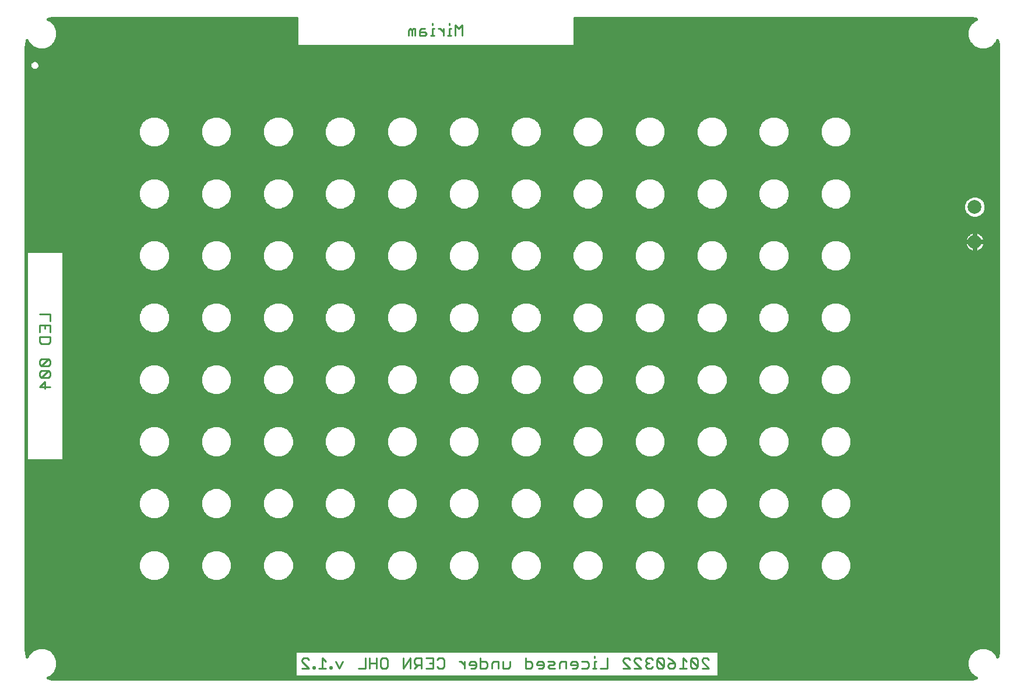
<source format=gbl>
G75*
%MOIN*%
%OFA0B0*%
%FSLAX25Y25*%
%IPPOS*%
%LPD*%
%AMOC8*
5,1,8,0,0,1.08239X$1,22.5*
%
%ADD10C,0.01100*%
%ADD11C,0.07874*%
%ADD12C,0.01600*%
%ADD13R,0.03962X0.03962*%
D10*
X0213573Y0040748D02*
X0217510Y0040748D01*
X0213573Y0044684D01*
X0213573Y0045669D01*
X0214557Y0046653D01*
X0216525Y0046653D01*
X0217510Y0045669D01*
X0219748Y0041732D02*
X0219748Y0040748D01*
X0220732Y0040748D01*
X0220732Y0041732D01*
X0219748Y0041732D01*
X0223241Y0040748D02*
X0227178Y0040748D01*
X0225210Y0040748D02*
X0225210Y0046653D01*
X0227178Y0044684D01*
X0229416Y0041732D02*
X0229416Y0040748D01*
X0230401Y0040748D01*
X0230401Y0041732D01*
X0229416Y0041732D01*
X0232909Y0044684D02*
X0234878Y0040748D01*
X0236846Y0044684D01*
X0245800Y0040748D02*
X0249737Y0040748D01*
X0249737Y0046653D01*
X0252246Y0046653D02*
X0252246Y0040748D01*
X0252246Y0043700D02*
X0256183Y0043700D01*
X0256183Y0040748D02*
X0256183Y0046653D01*
X0258691Y0045669D02*
X0259676Y0046653D01*
X0261644Y0046653D01*
X0262628Y0045669D01*
X0262628Y0041732D01*
X0261644Y0040748D01*
X0259676Y0040748D01*
X0258691Y0041732D01*
X0258691Y0045669D01*
X0271582Y0046653D02*
X0271582Y0040748D01*
X0275519Y0046653D01*
X0275519Y0040748D01*
X0278028Y0040748D02*
X0279996Y0042716D01*
X0279012Y0042716D02*
X0281965Y0042716D01*
X0281965Y0040748D02*
X0281965Y0046653D01*
X0279012Y0046653D01*
X0278028Y0045669D01*
X0278028Y0043700D01*
X0279012Y0042716D01*
X0284473Y0040748D02*
X0288410Y0040748D01*
X0288410Y0046653D01*
X0284473Y0046653D01*
X0286442Y0043700D02*
X0288410Y0043700D01*
X0290919Y0041732D02*
X0291903Y0040748D01*
X0293871Y0040748D01*
X0294856Y0041732D01*
X0294856Y0045669D01*
X0293871Y0046653D01*
X0291903Y0046653D01*
X0290919Y0045669D01*
X0303720Y0044684D02*
X0304704Y0044684D01*
X0306672Y0042716D01*
X0306672Y0040748D02*
X0306672Y0044684D01*
X0309181Y0043700D02*
X0310165Y0044684D01*
X0312134Y0044684D01*
X0313118Y0043700D01*
X0313118Y0041732D01*
X0312134Y0040748D01*
X0310165Y0040748D01*
X0309181Y0042716D02*
X0313118Y0042716D01*
X0315627Y0044684D02*
X0318579Y0044684D01*
X0319563Y0043700D01*
X0319563Y0041732D01*
X0318579Y0040748D01*
X0315627Y0040748D01*
X0315627Y0046653D01*
X0322072Y0043700D02*
X0322072Y0040748D01*
X0322072Y0043700D02*
X0323056Y0044684D01*
X0326009Y0044684D01*
X0326009Y0040748D01*
X0328518Y0040748D02*
X0328518Y0044684D01*
X0332454Y0044684D02*
X0332454Y0041732D01*
X0331470Y0040748D01*
X0328518Y0040748D01*
X0341409Y0040748D02*
X0344361Y0040748D01*
X0345345Y0041732D01*
X0345345Y0043700D01*
X0344361Y0044684D01*
X0341409Y0044684D01*
X0341409Y0046653D02*
X0341409Y0040748D01*
X0347854Y0042716D02*
X0351791Y0042716D01*
X0351791Y0043700D02*
X0350807Y0044684D01*
X0348838Y0044684D01*
X0347854Y0043700D01*
X0347854Y0042716D01*
X0348838Y0040748D02*
X0350807Y0040748D01*
X0351791Y0041732D01*
X0351791Y0043700D01*
X0354300Y0044684D02*
X0357252Y0044684D01*
X0358236Y0043700D01*
X0357252Y0042716D01*
X0355284Y0042716D01*
X0354300Y0041732D01*
X0355284Y0040748D01*
X0358236Y0040748D01*
X0360745Y0040748D02*
X0360745Y0043700D01*
X0361729Y0044684D01*
X0364682Y0044684D01*
X0364682Y0040748D01*
X0367191Y0042716D02*
X0371127Y0042716D01*
X0371127Y0043700D02*
X0370143Y0044684D01*
X0368175Y0044684D01*
X0367191Y0043700D01*
X0367191Y0042716D01*
X0368175Y0040748D02*
X0370143Y0040748D01*
X0371127Y0041732D01*
X0371127Y0043700D01*
X0373636Y0044684D02*
X0376589Y0044684D01*
X0377573Y0043700D01*
X0377573Y0041732D01*
X0376589Y0040748D01*
X0373636Y0040748D01*
X0379901Y0040748D02*
X0381870Y0040748D01*
X0380886Y0040748D02*
X0380886Y0044684D01*
X0381870Y0044684D01*
X0380886Y0046653D02*
X0380886Y0047637D01*
X0388315Y0046653D02*
X0388315Y0040748D01*
X0384379Y0040748D01*
X0397270Y0040748D02*
X0401206Y0040748D01*
X0397270Y0044684D01*
X0397270Y0045669D01*
X0398254Y0046653D01*
X0400222Y0046653D01*
X0401206Y0045669D01*
X0403715Y0045669D02*
X0404699Y0046653D01*
X0406668Y0046653D01*
X0407652Y0045669D01*
X0410161Y0045669D02*
X0410161Y0044684D01*
X0411145Y0043700D01*
X0410161Y0042716D01*
X0410161Y0041732D01*
X0411145Y0040748D01*
X0413113Y0040748D01*
X0414097Y0041732D01*
X0416606Y0041732D02*
X0417590Y0040748D01*
X0419559Y0040748D01*
X0420543Y0041732D01*
X0416606Y0045669D01*
X0416606Y0041732D01*
X0416606Y0045669D02*
X0417590Y0046653D01*
X0419559Y0046653D01*
X0420543Y0045669D01*
X0420543Y0041732D01*
X0423052Y0041732D02*
X0423052Y0042716D01*
X0424036Y0043700D01*
X0426988Y0043700D01*
X0426988Y0041732D01*
X0426004Y0040748D01*
X0424036Y0040748D01*
X0423052Y0041732D01*
X0426988Y0043700D02*
X0425020Y0045669D01*
X0423052Y0046653D01*
X0431465Y0046653D02*
X0431465Y0040748D01*
X0429497Y0040748D02*
X0433434Y0040748D01*
X0435943Y0041732D02*
X0436927Y0040748D01*
X0438895Y0040748D01*
X0439879Y0041732D01*
X0435943Y0045669D01*
X0435943Y0041732D01*
X0433434Y0044684D02*
X0431465Y0046653D01*
X0435943Y0045669D02*
X0436927Y0046653D01*
X0438895Y0046653D01*
X0439879Y0045669D01*
X0439879Y0041732D01*
X0442388Y0040748D02*
X0446325Y0040748D01*
X0442388Y0044684D01*
X0442388Y0045669D01*
X0443372Y0046653D01*
X0445341Y0046653D01*
X0446325Y0045669D01*
X0414097Y0045669D02*
X0413113Y0046653D01*
X0411145Y0046653D01*
X0410161Y0045669D01*
X0411145Y0043700D02*
X0412129Y0043700D01*
X0407652Y0040748D02*
X0403715Y0044684D01*
X0403715Y0045669D01*
X0403715Y0040748D02*
X0407652Y0040748D01*
X0309181Y0042716D02*
X0309181Y0043700D01*
X0069514Y0201684D02*
X0063609Y0201684D01*
X0066561Y0204636D01*
X0066561Y0200699D01*
X0064593Y0207145D02*
X0068530Y0211082D01*
X0069514Y0210097D01*
X0069514Y0208129D01*
X0068530Y0207145D01*
X0064593Y0207145D01*
X0063609Y0208129D01*
X0063609Y0210097D01*
X0064593Y0211082D01*
X0068530Y0211082D01*
X0068530Y0213590D02*
X0064593Y0213590D01*
X0068530Y0217527D01*
X0069514Y0216543D01*
X0069514Y0214575D01*
X0068530Y0213590D01*
X0068530Y0217527D02*
X0064593Y0217527D01*
X0063609Y0216543D01*
X0063609Y0214575D01*
X0064593Y0213590D01*
X0064593Y0226481D02*
X0063609Y0227466D01*
X0063609Y0230418D01*
X0069514Y0230418D01*
X0069514Y0227466D01*
X0068530Y0226481D01*
X0064593Y0226481D01*
X0063609Y0232927D02*
X0063609Y0236864D01*
X0069514Y0236864D01*
X0069514Y0232927D01*
X0066561Y0234895D02*
X0066561Y0236864D01*
X0069514Y0239372D02*
X0069514Y0243309D01*
X0063609Y0243309D01*
X0274424Y0402661D02*
X0274424Y0405614D01*
X0275408Y0406598D01*
X0276393Y0405614D01*
X0276393Y0402661D01*
X0278361Y0402661D02*
X0278361Y0406598D01*
X0277377Y0406598D01*
X0276393Y0405614D01*
X0280870Y0405614D02*
X0280870Y0402661D01*
X0283822Y0402661D01*
X0284806Y0403645D01*
X0283822Y0404629D01*
X0280870Y0404629D01*
X0280870Y0405614D02*
X0281854Y0406598D01*
X0283822Y0406598D01*
X0288119Y0406598D02*
X0288119Y0402661D01*
X0289103Y0402661D02*
X0287135Y0402661D01*
X0288119Y0406598D02*
X0289103Y0406598D01*
X0288119Y0408566D02*
X0288119Y0409550D01*
X0291522Y0406598D02*
X0292506Y0406598D01*
X0294475Y0404629D01*
X0294475Y0402661D02*
X0294475Y0406598D01*
X0297787Y0406598D02*
X0297787Y0402661D01*
X0296803Y0402661D02*
X0298772Y0402661D01*
X0301280Y0402661D02*
X0301280Y0408566D01*
X0303249Y0406598D01*
X0305217Y0408566D01*
X0305217Y0402661D01*
X0298772Y0406598D02*
X0297787Y0406598D01*
X0297787Y0408566D02*
X0297787Y0409550D01*
D11*
X0598371Y0304709D03*
X0598371Y0284709D03*
D12*
X0055745Y0049599D02*
X0056277Y0047269D01*
X0056897Y0048765D01*
X0059457Y0051325D01*
X0062801Y0052710D01*
X0066421Y0052710D01*
X0069765Y0051325D01*
X0072325Y0048765D01*
X0073710Y0045421D01*
X0073710Y0041801D01*
X0072325Y0038457D01*
X0069765Y0035897D01*
X0068269Y0035277D01*
X0070599Y0034745D01*
X0072485Y0034639D01*
X0595162Y0034639D01*
X0597048Y0034745D01*
X0599379Y0035277D01*
X0597882Y0035897D01*
X0595322Y0038457D01*
X0593937Y0041801D01*
X0593937Y0045421D01*
X0595322Y0048765D01*
X0597882Y0051325D01*
X0601226Y0052710D01*
X0604846Y0052710D01*
X0608191Y0051325D01*
X0610750Y0048765D01*
X0611370Y0047269D01*
X0611902Y0049599D01*
X0612008Y0051485D01*
X0612008Y0395895D01*
X0611902Y0397781D01*
X0611370Y0400111D01*
X0610750Y0398614D01*
X0608191Y0396055D01*
X0604846Y0394669D01*
X0601226Y0394669D01*
X0597882Y0396055D01*
X0595322Y0398614D01*
X0593937Y0401959D01*
X0593937Y0405578D01*
X0595322Y0408923D01*
X0597882Y0411482D01*
X0599379Y0412102D01*
X0597048Y0412634D01*
X0595162Y0412740D01*
X0369545Y0412740D01*
X0369545Y0397256D01*
X0369076Y0396787D01*
X0210933Y0396787D01*
X0210465Y0397256D01*
X0210465Y0412740D01*
X0072485Y0412740D01*
X0070599Y0412634D01*
X0068269Y0412102D01*
X0069765Y0411482D01*
X0072325Y0408923D01*
X0073710Y0405578D01*
X0073710Y0401959D01*
X0072325Y0398614D01*
X0069765Y0396055D01*
X0066421Y0394669D01*
X0062801Y0394669D01*
X0059457Y0396055D01*
X0056897Y0398614D01*
X0056277Y0400111D01*
X0055745Y0397781D01*
X0055639Y0395894D01*
X0055639Y0051485D01*
X0055745Y0049599D01*
X0055794Y0049384D02*
X0057515Y0049384D01*
X0056491Y0047785D02*
X0056159Y0047785D01*
X0055668Y0050982D02*
X0059114Y0050982D01*
X0062488Y0052581D02*
X0055639Y0052581D01*
X0055639Y0054179D02*
X0612008Y0054179D01*
X0612008Y0052581D02*
X0605159Y0052581D01*
X0608533Y0050982D02*
X0611980Y0050982D01*
X0611853Y0049384D02*
X0610132Y0049384D01*
X0611156Y0047785D02*
X0611488Y0047785D01*
X0600913Y0052581D02*
X0066734Y0052581D01*
X0070108Y0050982D02*
X0597539Y0050982D01*
X0595941Y0049384D02*
X0452025Y0049384D01*
X0452025Y0050163D02*
X0451557Y0050631D01*
X0210146Y0050631D01*
X0209677Y0050163D01*
X0209677Y0036587D01*
X0210146Y0036118D01*
X0451557Y0036118D01*
X0452025Y0036587D01*
X0452025Y0050163D01*
X0452025Y0047785D02*
X0594916Y0047785D01*
X0594254Y0046187D02*
X0452025Y0046187D01*
X0452025Y0044588D02*
X0593937Y0044588D01*
X0593937Y0042990D02*
X0452025Y0042990D01*
X0452025Y0041391D02*
X0594107Y0041391D01*
X0594769Y0039793D02*
X0452025Y0039793D01*
X0452025Y0038194D02*
X0595585Y0038194D01*
X0597183Y0036596D02*
X0452025Y0036596D01*
X0449807Y0090575D02*
X0453151Y0091960D01*
X0455711Y0094520D01*
X0457096Y0097864D01*
X0457096Y0101484D01*
X0455711Y0104828D01*
X0453151Y0107388D01*
X0449807Y0108773D01*
X0446187Y0108773D01*
X0442843Y0107388D01*
X0440283Y0104828D01*
X0438898Y0101484D01*
X0438898Y0097864D01*
X0440283Y0094520D01*
X0442843Y0091960D01*
X0446187Y0090575D01*
X0449807Y0090575D01*
X0450700Y0090945D02*
X0480726Y0090945D01*
X0481620Y0090575D02*
X0485240Y0090575D01*
X0488584Y0091960D01*
X0491144Y0094520D01*
X0492529Y0097864D01*
X0492529Y0101484D01*
X0491144Y0104828D01*
X0488584Y0107388D01*
X0485240Y0108773D01*
X0481620Y0108773D01*
X0478276Y0107388D01*
X0475716Y0104828D01*
X0474331Y0101484D01*
X0474331Y0097864D01*
X0475716Y0094520D01*
X0478276Y0091960D01*
X0481620Y0090575D01*
X0477692Y0092543D02*
X0453734Y0092543D01*
X0455333Y0094142D02*
X0476094Y0094142D01*
X0475210Y0095740D02*
X0456216Y0095740D01*
X0456879Y0097339D02*
X0474548Y0097339D01*
X0474331Y0098937D02*
X0457096Y0098937D01*
X0457096Y0100536D02*
X0474331Y0100536D01*
X0474600Y0102134D02*
X0456827Y0102134D01*
X0456164Y0103733D02*
X0475262Y0103733D01*
X0476219Y0105332D02*
X0455208Y0105332D01*
X0453609Y0106930D02*
X0477818Y0106930D01*
X0481029Y0108529D02*
X0450397Y0108529D01*
X0445596Y0108529D02*
X0414964Y0108529D01*
X0414374Y0108773D02*
X0410754Y0108773D01*
X0407409Y0107388D01*
X0404850Y0104828D01*
X0403465Y0101484D01*
X0403465Y0097864D01*
X0404850Y0094520D01*
X0407409Y0091960D01*
X0410754Y0090575D01*
X0414374Y0090575D01*
X0417718Y0091960D01*
X0420278Y0094520D01*
X0421663Y0097864D01*
X0421663Y0101484D01*
X0420278Y0104828D01*
X0417718Y0107388D01*
X0414374Y0108773D01*
X0410163Y0108529D02*
X0379531Y0108529D01*
X0378941Y0108773D02*
X0382285Y0107388D01*
X0384845Y0104828D01*
X0386230Y0101484D01*
X0386230Y0097864D01*
X0384845Y0094520D01*
X0382285Y0091960D01*
X0378941Y0090575D01*
X0375321Y0090575D01*
X0371976Y0091960D01*
X0369417Y0094520D01*
X0368031Y0097864D01*
X0368031Y0101484D01*
X0369417Y0104828D01*
X0371976Y0107388D01*
X0375321Y0108773D01*
X0378941Y0108773D01*
X0374730Y0108529D02*
X0344098Y0108529D01*
X0343508Y0108773D02*
X0339888Y0108773D01*
X0336543Y0107388D01*
X0333984Y0104828D01*
X0332598Y0101484D01*
X0332598Y0097864D01*
X0333984Y0094520D01*
X0336543Y0091960D01*
X0339888Y0090575D01*
X0343508Y0090575D01*
X0346852Y0091960D01*
X0349412Y0094520D01*
X0350797Y0097864D01*
X0350797Y0101484D01*
X0349412Y0104828D01*
X0346852Y0107388D01*
X0343508Y0108773D01*
X0339297Y0108529D02*
X0308665Y0108529D01*
X0308075Y0108773D02*
X0304455Y0108773D01*
X0301110Y0107388D01*
X0298551Y0104828D01*
X0297165Y0101484D01*
X0297165Y0097864D01*
X0298551Y0094520D01*
X0301110Y0091960D01*
X0304455Y0090575D01*
X0308075Y0090575D01*
X0311419Y0091960D01*
X0313978Y0094520D01*
X0315364Y0097864D01*
X0315364Y0101484D01*
X0313978Y0104828D01*
X0311419Y0107388D01*
X0308075Y0108773D01*
X0303864Y0108529D02*
X0273232Y0108529D01*
X0272641Y0108773D02*
X0269022Y0108773D01*
X0265677Y0107388D01*
X0263118Y0104828D01*
X0261732Y0101484D01*
X0261732Y0097864D01*
X0263118Y0094520D01*
X0265677Y0091960D01*
X0269022Y0090575D01*
X0272641Y0090575D01*
X0275986Y0091960D01*
X0278545Y0094520D01*
X0279931Y0097864D01*
X0279931Y0101484D01*
X0278545Y0104828D01*
X0275986Y0107388D01*
X0272641Y0108773D01*
X0268431Y0108529D02*
X0237799Y0108529D01*
X0237208Y0108773D02*
X0233588Y0108773D01*
X0230244Y0107388D01*
X0227684Y0104828D01*
X0226299Y0101484D01*
X0226299Y0097864D01*
X0227684Y0094520D01*
X0230244Y0091960D01*
X0233588Y0090575D01*
X0237208Y0090575D01*
X0240553Y0091960D01*
X0243112Y0094520D01*
X0244498Y0097864D01*
X0244498Y0101484D01*
X0243112Y0104828D01*
X0240553Y0107388D01*
X0237208Y0108773D01*
X0232998Y0108529D02*
X0202366Y0108529D01*
X0201775Y0108773D02*
X0198155Y0108773D01*
X0194811Y0107388D01*
X0192251Y0104828D01*
X0190866Y0101484D01*
X0190866Y0097864D01*
X0192251Y0094520D01*
X0194811Y0091960D01*
X0198155Y0090575D01*
X0201775Y0090575D01*
X0205120Y0091960D01*
X0207679Y0094520D01*
X0209065Y0097864D01*
X0209065Y0101484D01*
X0207679Y0104828D01*
X0205120Y0107388D01*
X0201775Y0108773D01*
X0197565Y0108529D02*
X0166933Y0108529D01*
X0166342Y0108773D02*
X0162722Y0108773D01*
X0159378Y0107388D01*
X0156818Y0104828D01*
X0155433Y0101484D01*
X0155433Y0097864D01*
X0156818Y0094520D01*
X0159378Y0091960D01*
X0162722Y0090575D01*
X0166342Y0090575D01*
X0169687Y0091960D01*
X0172246Y0094520D01*
X0173631Y0097864D01*
X0173631Y0101484D01*
X0172246Y0104828D01*
X0169687Y0107388D01*
X0166342Y0108773D01*
X0162132Y0108529D02*
X0131500Y0108529D01*
X0130909Y0108773D02*
X0127289Y0108773D01*
X0123945Y0107388D01*
X0121385Y0104828D01*
X0120000Y0101484D01*
X0120000Y0097864D01*
X0121385Y0094520D01*
X0123945Y0091960D01*
X0127289Y0090575D01*
X0130909Y0090575D01*
X0134253Y0091960D01*
X0136813Y0094520D01*
X0138198Y0097864D01*
X0138198Y0101484D01*
X0136813Y0104828D01*
X0134253Y0107388D01*
X0130909Y0108773D01*
X0126699Y0108529D02*
X0055639Y0108529D01*
X0055639Y0110127D02*
X0612008Y0110127D01*
X0612008Y0108529D02*
X0521264Y0108529D01*
X0520673Y0108773D02*
X0517053Y0108773D01*
X0513709Y0107388D01*
X0511149Y0104828D01*
X0509764Y0101484D01*
X0509764Y0097864D01*
X0511149Y0094520D01*
X0513709Y0091960D01*
X0517053Y0090575D01*
X0520673Y0090575D01*
X0524017Y0091960D01*
X0526577Y0094520D01*
X0527962Y0097864D01*
X0527962Y0101484D01*
X0526577Y0104828D01*
X0524017Y0107388D01*
X0520673Y0108773D01*
X0516462Y0108529D02*
X0485831Y0108529D01*
X0489042Y0106930D02*
X0513251Y0106930D01*
X0511652Y0105332D02*
X0490641Y0105332D01*
X0491598Y0103733D02*
X0510695Y0103733D01*
X0510033Y0102134D02*
X0492260Y0102134D01*
X0492529Y0100536D02*
X0509764Y0100536D01*
X0509764Y0098937D02*
X0492529Y0098937D01*
X0492312Y0097339D02*
X0509981Y0097339D01*
X0510643Y0095740D02*
X0491649Y0095740D01*
X0490766Y0094142D02*
X0511527Y0094142D01*
X0513125Y0092543D02*
X0489168Y0092543D01*
X0486133Y0090945D02*
X0516159Y0090945D01*
X0521566Y0090945D02*
X0612008Y0090945D01*
X0612008Y0092543D02*
X0524601Y0092543D01*
X0526199Y0094142D02*
X0612008Y0094142D01*
X0612008Y0095740D02*
X0527083Y0095740D01*
X0527745Y0097339D02*
X0612008Y0097339D01*
X0612008Y0098937D02*
X0527962Y0098937D01*
X0527962Y0100536D02*
X0612008Y0100536D01*
X0612008Y0102134D02*
X0527693Y0102134D01*
X0527031Y0103733D02*
X0612008Y0103733D01*
X0612008Y0105332D02*
X0526074Y0105332D01*
X0524475Y0106930D02*
X0612008Y0106930D01*
X0612008Y0111726D02*
X0055639Y0111726D01*
X0055639Y0113324D02*
X0612008Y0113324D01*
X0612008Y0114923D02*
X0055639Y0114923D01*
X0055639Y0116521D02*
X0612008Y0116521D01*
X0612008Y0118120D02*
X0055639Y0118120D01*
X0055639Y0119718D02*
X0612008Y0119718D01*
X0612008Y0121317D02*
X0055639Y0121317D01*
X0055639Y0122915D02*
X0612008Y0122915D01*
X0612008Y0124514D02*
X0055639Y0124514D01*
X0055639Y0126112D02*
X0127037Y0126112D01*
X0127289Y0126008D02*
X0130909Y0126008D01*
X0134253Y0127393D01*
X0136813Y0129953D01*
X0138198Y0133297D01*
X0138198Y0136917D01*
X0136813Y0140261D01*
X0134253Y0142821D01*
X0130909Y0144206D01*
X0127289Y0144206D01*
X0123945Y0142821D01*
X0121385Y0140261D01*
X0120000Y0136917D01*
X0120000Y0133297D01*
X0121385Y0129953D01*
X0123945Y0127393D01*
X0127289Y0126008D01*
X0131161Y0126112D02*
X0162471Y0126112D01*
X0162722Y0126008D02*
X0166342Y0126008D01*
X0169687Y0127393D01*
X0172246Y0129953D01*
X0173631Y0133297D01*
X0173631Y0136917D01*
X0172246Y0140261D01*
X0169687Y0142821D01*
X0166342Y0144206D01*
X0162722Y0144206D01*
X0159378Y0142821D01*
X0156818Y0140261D01*
X0155433Y0136917D01*
X0155433Y0133297D01*
X0156818Y0129953D01*
X0159378Y0127393D01*
X0162722Y0126008D01*
X0166594Y0126112D02*
X0197904Y0126112D01*
X0198155Y0126008D02*
X0201775Y0126008D01*
X0205120Y0127393D01*
X0207679Y0129953D01*
X0209065Y0133297D01*
X0209065Y0136917D01*
X0207679Y0140261D01*
X0205120Y0142821D01*
X0201775Y0144206D01*
X0198155Y0144206D01*
X0194811Y0142821D01*
X0192251Y0140261D01*
X0190866Y0136917D01*
X0190866Y0133297D01*
X0192251Y0129953D01*
X0194811Y0127393D01*
X0198155Y0126008D01*
X0202027Y0126112D02*
X0233337Y0126112D01*
X0233588Y0126008D02*
X0237208Y0126008D01*
X0240553Y0127393D01*
X0243112Y0129953D01*
X0244498Y0133297D01*
X0244498Y0136917D01*
X0243112Y0140261D01*
X0240553Y0142821D01*
X0237208Y0144206D01*
X0233588Y0144206D01*
X0230244Y0142821D01*
X0227684Y0140261D01*
X0226299Y0136917D01*
X0226299Y0133297D01*
X0227684Y0129953D01*
X0230244Y0127393D01*
X0233588Y0126008D01*
X0237460Y0126112D02*
X0268770Y0126112D01*
X0269022Y0126008D02*
X0272641Y0126008D01*
X0275986Y0127393D01*
X0278545Y0129953D01*
X0279931Y0133297D01*
X0279931Y0136917D01*
X0278545Y0140261D01*
X0275986Y0142821D01*
X0272641Y0144206D01*
X0269022Y0144206D01*
X0265677Y0142821D01*
X0263118Y0140261D01*
X0261732Y0136917D01*
X0261732Y0133297D01*
X0263118Y0129953D01*
X0265677Y0127393D01*
X0269022Y0126008D01*
X0272893Y0126112D02*
X0304203Y0126112D01*
X0304455Y0126008D02*
X0308075Y0126008D01*
X0311419Y0127393D01*
X0313978Y0129953D01*
X0315364Y0133297D01*
X0315364Y0136917D01*
X0313978Y0140261D01*
X0311419Y0142821D01*
X0308075Y0144206D01*
X0304455Y0144206D01*
X0301110Y0142821D01*
X0298551Y0140261D01*
X0297165Y0136917D01*
X0297165Y0133297D01*
X0298551Y0129953D01*
X0301110Y0127393D01*
X0304455Y0126008D01*
X0308326Y0126112D02*
X0339636Y0126112D01*
X0339888Y0126008D02*
X0343508Y0126008D01*
X0346852Y0127393D01*
X0349412Y0129953D01*
X0350797Y0133297D01*
X0350797Y0136917D01*
X0349412Y0140261D01*
X0346852Y0142821D01*
X0343508Y0144206D01*
X0339888Y0144206D01*
X0336543Y0142821D01*
X0333984Y0140261D01*
X0332598Y0136917D01*
X0332598Y0133297D01*
X0333984Y0129953D01*
X0336543Y0127393D01*
X0339888Y0126008D01*
X0343759Y0126112D02*
X0375069Y0126112D01*
X0375321Y0126008D02*
X0378941Y0126008D01*
X0382285Y0127393D01*
X0384845Y0129953D01*
X0386230Y0133297D01*
X0386230Y0136917D01*
X0384845Y0140261D01*
X0382285Y0142821D01*
X0378941Y0144206D01*
X0375321Y0144206D01*
X0371976Y0142821D01*
X0369417Y0140261D01*
X0368031Y0136917D01*
X0368031Y0133297D01*
X0369417Y0129953D01*
X0371976Y0127393D01*
X0375321Y0126008D01*
X0379192Y0126112D02*
X0410502Y0126112D01*
X0410754Y0126008D02*
X0414374Y0126008D01*
X0417718Y0127393D01*
X0420278Y0129953D01*
X0421663Y0133297D01*
X0421663Y0136917D01*
X0420278Y0140261D01*
X0417718Y0142821D01*
X0414374Y0144206D01*
X0410754Y0144206D01*
X0407409Y0142821D01*
X0404850Y0140261D01*
X0403465Y0136917D01*
X0403465Y0133297D01*
X0404850Y0129953D01*
X0407409Y0127393D01*
X0410754Y0126008D01*
X0414626Y0126112D02*
X0445935Y0126112D01*
X0446187Y0126008D02*
X0449807Y0126008D01*
X0453151Y0127393D01*
X0455711Y0129953D01*
X0457096Y0133297D01*
X0457096Y0136917D01*
X0455711Y0140261D01*
X0453151Y0142821D01*
X0449807Y0144206D01*
X0446187Y0144206D01*
X0442843Y0142821D01*
X0440283Y0140261D01*
X0438898Y0136917D01*
X0438898Y0133297D01*
X0440283Y0129953D01*
X0442843Y0127393D01*
X0446187Y0126008D01*
X0450059Y0126112D02*
X0481368Y0126112D01*
X0481620Y0126008D02*
X0485240Y0126008D01*
X0488584Y0127393D01*
X0491144Y0129953D01*
X0492529Y0133297D01*
X0492529Y0136917D01*
X0491144Y0140261D01*
X0488584Y0142821D01*
X0485240Y0144206D01*
X0481620Y0144206D01*
X0478276Y0142821D01*
X0475716Y0140261D01*
X0474331Y0136917D01*
X0474331Y0133297D01*
X0475716Y0129953D01*
X0478276Y0127393D01*
X0481620Y0126008D01*
X0485492Y0126112D02*
X0516801Y0126112D01*
X0517053Y0126008D02*
X0520673Y0126008D01*
X0524017Y0127393D01*
X0526577Y0129953D01*
X0527962Y0133297D01*
X0527962Y0136917D01*
X0526577Y0140261D01*
X0524017Y0142821D01*
X0520673Y0144206D01*
X0517053Y0144206D01*
X0513709Y0142821D01*
X0511149Y0140261D01*
X0509764Y0136917D01*
X0509764Y0133297D01*
X0511149Y0129953D01*
X0513709Y0127393D01*
X0517053Y0126008D01*
X0520925Y0126112D02*
X0612008Y0126112D01*
X0612008Y0127711D02*
X0524335Y0127711D01*
X0525933Y0129309D02*
X0612008Y0129309D01*
X0612008Y0130908D02*
X0526972Y0130908D01*
X0527635Y0132506D02*
X0612008Y0132506D01*
X0612008Y0134105D02*
X0527962Y0134105D01*
X0527962Y0135703D02*
X0612008Y0135703D01*
X0612008Y0137302D02*
X0527803Y0137302D01*
X0527141Y0138900D02*
X0612008Y0138900D01*
X0612008Y0140499D02*
X0526340Y0140499D01*
X0524741Y0142097D02*
X0612008Y0142097D01*
X0612008Y0143696D02*
X0521905Y0143696D01*
X0515821Y0143696D02*
X0486472Y0143696D01*
X0489308Y0142097D02*
X0512985Y0142097D01*
X0511386Y0140499D02*
X0490906Y0140499D01*
X0491708Y0138900D02*
X0510585Y0138900D01*
X0509923Y0137302D02*
X0492370Y0137302D01*
X0492529Y0135703D02*
X0509764Y0135703D01*
X0509764Y0134105D02*
X0492529Y0134105D01*
X0492202Y0132506D02*
X0510091Y0132506D01*
X0510754Y0130908D02*
X0491539Y0130908D01*
X0490500Y0129309D02*
X0511793Y0129309D01*
X0513391Y0127711D02*
X0488902Y0127711D01*
X0477958Y0127711D02*
X0453469Y0127711D01*
X0455067Y0129309D02*
X0476360Y0129309D01*
X0475320Y0130908D02*
X0456106Y0130908D01*
X0456768Y0132506D02*
X0474658Y0132506D01*
X0474331Y0134105D02*
X0457096Y0134105D01*
X0457096Y0135703D02*
X0474331Y0135703D01*
X0474490Y0137302D02*
X0456937Y0137302D01*
X0456275Y0138900D02*
X0475152Y0138900D01*
X0475953Y0140499D02*
X0455473Y0140499D01*
X0453875Y0142097D02*
X0477552Y0142097D01*
X0480388Y0143696D02*
X0451039Y0143696D01*
X0444954Y0143696D02*
X0415606Y0143696D01*
X0418442Y0142097D02*
X0442119Y0142097D01*
X0440520Y0140499D02*
X0420040Y0140499D01*
X0420841Y0138900D02*
X0439719Y0138900D01*
X0439057Y0137302D02*
X0421504Y0137302D01*
X0421663Y0135703D02*
X0438898Y0135703D01*
X0438898Y0134105D02*
X0421663Y0134105D01*
X0421335Y0132506D02*
X0439225Y0132506D01*
X0439887Y0130908D02*
X0420673Y0130908D01*
X0419634Y0129309D02*
X0440927Y0129309D01*
X0442525Y0127711D02*
X0418036Y0127711D01*
X0407092Y0127711D02*
X0382603Y0127711D01*
X0384201Y0129309D02*
X0405493Y0129309D01*
X0404454Y0130908D02*
X0385240Y0130908D01*
X0385902Y0132506D02*
X0403792Y0132506D01*
X0403465Y0134105D02*
X0386230Y0134105D01*
X0386230Y0135703D02*
X0403465Y0135703D01*
X0403624Y0137302D02*
X0386071Y0137302D01*
X0385408Y0138900D02*
X0404286Y0138900D01*
X0405087Y0140499D02*
X0384607Y0140499D01*
X0383009Y0142097D02*
X0406686Y0142097D01*
X0409521Y0143696D02*
X0380173Y0143696D01*
X0374088Y0143696D02*
X0344740Y0143696D01*
X0347576Y0142097D02*
X0371253Y0142097D01*
X0369654Y0140499D02*
X0349174Y0140499D01*
X0349975Y0138900D02*
X0368853Y0138900D01*
X0368191Y0137302D02*
X0350637Y0137302D01*
X0350797Y0135703D02*
X0368031Y0135703D01*
X0368031Y0134105D02*
X0350797Y0134105D01*
X0350469Y0132506D02*
X0368359Y0132506D01*
X0369021Y0130908D02*
X0349807Y0130908D01*
X0348768Y0129309D02*
X0370060Y0129309D01*
X0371659Y0127711D02*
X0347169Y0127711D01*
X0336226Y0127711D02*
X0311736Y0127711D01*
X0313335Y0129309D02*
X0334627Y0129309D01*
X0333588Y0130908D02*
X0314374Y0130908D01*
X0315036Y0132506D02*
X0332926Y0132506D01*
X0332598Y0134105D02*
X0315364Y0134105D01*
X0315364Y0135703D02*
X0332598Y0135703D01*
X0332758Y0137302D02*
X0315204Y0137302D01*
X0314542Y0138900D02*
X0333420Y0138900D01*
X0334221Y0140499D02*
X0313741Y0140499D01*
X0312143Y0142097D02*
X0335820Y0142097D01*
X0338655Y0143696D02*
X0309307Y0143696D01*
X0303222Y0143696D02*
X0273874Y0143696D01*
X0276710Y0142097D02*
X0300387Y0142097D01*
X0298788Y0140499D02*
X0278308Y0140499D01*
X0279109Y0138900D02*
X0297987Y0138900D01*
X0297325Y0137302D02*
X0279771Y0137302D01*
X0279931Y0135703D02*
X0297165Y0135703D01*
X0297165Y0134105D02*
X0279931Y0134105D01*
X0279603Y0132506D02*
X0297493Y0132506D01*
X0298155Y0130908D02*
X0278941Y0130908D01*
X0277902Y0129309D02*
X0299194Y0129309D01*
X0300793Y0127711D02*
X0276303Y0127711D01*
X0265360Y0127711D02*
X0240870Y0127711D01*
X0242469Y0129309D02*
X0263761Y0129309D01*
X0262722Y0130908D02*
X0243508Y0130908D01*
X0244170Y0132506D02*
X0262060Y0132506D01*
X0261732Y0134105D02*
X0244498Y0134105D01*
X0244498Y0135703D02*
X0261732Y0135703D01*
X0261892Y0137302D02*
X0244338Y0137302D01*
X0243676Y0138900D02*
X0262554Y0138900D01*
X0263355Y0140499D02*
X0242875Y0140499D01*
X0241276Y0142097D02*
X0264953Y0142097D01*
X0267789Y0143696D02*
X0238441Y0143696D01*
X0232356Y0143696D02*
X0203008Y0143696D01*
X0205843Y0142097D02*
X0229520Y0142097D01*
X0227922Y0140499D02*
X0207442Y0140499D01*
X0208243Y0138900D02*
X0227121Y0138900D01*
X0226459Y0137302D02*
X0208905Y0137302D01*
X0209065Y0135703D02*
X0226299Y0135703D01*
X0226299Y0134105D02*
X0209065Y0134105D01*
X0208737Y0132506D02*
X0226627Y0132506D01*
X0227289Y0130908D02*
X0208075Y0130908D01*
X0207036Y0129309D02*
X0228328Y0129309D01*
X0229927Y0127711D02*
X0205437Y0127711D01*
X0194494Y0127711D02*
X0170004Y0127711D01*
X0171603Y0129309D02*
X0192895Y0129309D01*
X0191856Y0130908D02*
X0172642Y0130908D01*
X0173304Y0132506D02*
X0191194Y0132506D01*
X0190866Y0134105D02*
X0173631Y0134105D01*
X0173631Y0135703D02*
X0190866Y0135703D01*
X0191026Y0137302D02*
X0173472Y0137302D01*
X0172810Y0138900D02*
X0191688Y0138900D01*
X0192489Y0140499D02*
X0172009Y0140499D01*
X0170410Y0142097D02*
X0194087Y0142097D01*
X0196923Y0143696D02*
X0167575Y0143696D01*
X0161490Y0143696D02*
X0132142Y0143696D01*
X0134977Y0142097D02*
X0158654Y0142097D01*
X0157056Y0140499D02*
X0136576Y0140499D01*
X0137377Y0138900D02*
X0156255Y0138900D01*
X0155592Y0137302D02*
X0138039Y0137302D01*
X0138198Y0135703D02*
X0155433Y0135703D01*
X0155433Y0134105D02*
X0138198Y0134105D01*
X0137871Y0132506D02*
X0155761Y0132506D01*
X0156423Y0130908D02*
X0137209Y0130908D01*
X0136170Y0129309D02*
X0157462Y0129309D01*
X0159060Y0127711D02*
X0134571Y0127711D01*
X0123627Y0127711D02*
X0055639Y0127711D01*
X0055639Y0129309D02*
X0122029Y0129309D01*
X0120990Y0130908D02*
X0055639Y0130908D01*
X0055639Y0132506D02*
X0120328Y0132506D01*
X0120000Y0134105D02*
X0055639Y0134105D01*
X0055639Y0135703D02*
X0120000Y0135703D01*
X0120159Y0137302D02*
X0055639Y0137302D01*
X0055639Y0138900D02*
X0120821Y0138900D01*
X0121623Y0140499D02*
X0055639Y0140499D01*
X0055639Y0142097D02*
X0123221Y0142097D01*
X0126057Y0143696D02*
X0055639Y0143696D01*
X0055639Y0145294D02*
X0612008Y0145294D01*
X0612008Y0146893D02*
X0055639Y0146893D01*
X0055639Y0148491D02*
X0612008Y0148491D01*
X0612008Y0150090D02*
X0055639Y0150090D01*
X0055639Y0151688D02*
X0612008Y0151688D01*
X0612008Y0153287D02*
X0055639Y0153287D01*
X0055639Y0154885D02*
X0612008Y0154885D01*
X0612008Y0156484D02*
X0055639Y0156484D01*
X0055639Y0158082D02*
X0612008Y0158082D01*
X0612008Y0159681D02*
X0055639Y0159681D01*
X0055937Y0160209D02*
X0056406Y0159740D01*
X0076753Y0159740D01*
X0077222Y0160209D01*
X0077222Y0278982D01*
X0076753Y0279450D01*
X0056406Y0279450D01*
X0055937Y0278982D01*
X0055937Y0160209D01*
X0055937Y0161279D02*
X0055639Y0161279D01*
X0055639Y0162878D02*
X0055937Y0162878D01*
X0055937Y0164476D02*
X0055639Y0164476D01*
X0055639Y0166075D02*
X0055937Y0166075D01*
X0055937Y0167673D02*
X0055639Y0167673D01*
X0055639Y0169272D02*
X0055937Y0169272D01*
X0055937Y0170870D02*
X0055639Y0170870D01*
X0055639Y0172469D02*
X0055937Y0172469D01*
X0055937Y0174068D02*
X0055639Y0174068D01*
X0055639Y0175666D02*
X0055937Y0175666D01*
X0055937Y0177265D02*
X0055639Y0177265D01*
X0055639Y0178863D02*
X0055937Y0178863D01*
X0055937Y0180462D02*
X0055639Y0180462D01*
X0055639Y0182060D02*
X0055937Y0182060D01*
X0055937Y0183659D02*
X0055639Y0183659D01*
X0055639Y0185257D02*
X0055937Y0185257D01*
X0055937Y0186856D02*
X0055639Y0186856D01*
X0055639Y0188454D02*
X0055937Y0188454D01*
X0055937Y0190053D02*
X0055639Y0190053D01*
X0055639Y0191651D02*
X0055937Y0191651D01*
X0055937Y0193250D02*
X0055639Y0193250D01*
X0055639Y0194848D02*
X0055937Y0194848D01*
X0055937Y0196447D02*
X0055639Y0196447D01*
X0055639Y0198045D02*
X0055937Y0198045D01*
X0055937Y0199644D02*
X0055639Y0199644D01*
X0055639Y0201242D02*
X0055937Y0201242D01*
X0055937Y0202841D02*
X0055639Y0202841D01*
X0055639Y0204439D02*
X0055937Y0204439D01*
X0055937Y0206038D02*
X0055639Y0206038D01*
X0055639Y0207636D02*
X0055937Y0207636D01*
X0055937Y0209235D02*
X0055639Y0209235D01*
X0055639Y0210833D02*
X0055937Y0210833D01*
X0055937Y0212432D02*
X0055639Y0212432D01*
X0055639Y0214030D02*
X0055937Y0214030D01*
X0055937Y0215629D02*
X0055639Y0215629D01*
X0055639Y0217227D02*
X0055937Y0217227D01*
X0055937Y0218826D02*
X0055639Y0218826D01*
X0055639Y0220424D02*
X0055937Y0220424D01*
X0055937Y0222023D02*
X0055639Y0222023D01*
X0055639Y0223621D02*
X0055937Y0223621D01*
X0055937Y0225220D02*
X0055639Y0225220D01*
X0055639Y0226818D02*
X0055937Y0226818D01*
X0055937Y0228417D02*
X0055639Y0228417D01*
X0055639Y0230015D02*
X0055937Y0230015D01*
X0055937Y0231614D02*
X0055639Y0231614D01*
X0055639Y0233212D02*
X0055937Y0233212D01*
X0055937Y0234811D02*
X0055639Y0234811D01*
X0055639Y0236409D02*
X0055937Y0236409D01*
X0055937Y0238008D02*
X0055639Y0238008D01*
X0055639Y0239606D02*
X0055937Y0239606D01*
X0055937Y0241205D02*
X0055639Y0241205D01*
X0055639Y0242803D02*
X0055937Y0242803D01*
X0055937Y0244402D02*
X0055639Y0244402D01*
X0055639Y0246001D02*
X0055937Y0246001D01*
X0055937Y0247599D02*
X0055639Y0247599D01*
X0055639Y0249198D02*
X0055937Y0249198D01*
X0055937Y0250796D02*
X0055639Y0250796D01*
X0055639Y0252395D02*
X0055937Y0252395D01*
X0055937Y0253993D02*
X0055639Y0253993D01*
X0055639Y0255592D02*
X0055937Y0255592D01*
X0055937Y0257190D02*
X0055639Y0257190D01*
X0055639Y0258789D02*
X0055937Y0258789D01*
X0055937Y0260387D02*
X0055639Y0260387D01*
X0055639Y0261986D02*
X0055937Y0261986D01*
X0055937Y0263584D02*
X0055639Y0263584D01*
X0055639Y0265183D02*
X0055937Y0265183D01*
X0055937Y0266781D02*
X0055639Y0266781D01*
X0055639Y0268380D02*
X0055937Y0268380D01*
X0055937Y0269978D02*
X0055639Y0269978D01*
X0055639Y0271577D02*
X0055937Y0271577D01*
X0055937Y0273175D02*
X0055639Y0273175D01*
X0055639Y0274774D02*
X0055937Y0274774D01*
X0055937Y0276372D02*
X0055639Y0276372D01*
X0055639Y0277971D02*
X0055937Y0277971D01*
X0055639Y0279569D02*
X0120381Y0279569D01*
X0120000Y0278649D02*
X0121385Y0281994D01*
X0123945Y0284553D01*
X0127289Y0285939D01*
X0130909Y0285939D01*
X0134253Y0284553D01*
X0136813Y0281994D01*
X0138198Y0278649D01*
X0138198Y0275029D01*
X0136813Y0271685D01*
X0134253Y0269125D01*
X0130909Y0267740D01*
X0127289Y0267740D01*
X0123945Y0269125D01*
X0121385Y0271685D01*
X0120000Y0275029D01*
X0120000Y0278649D01*
X0120000Y0277971D02*
X0077222Y0277971D01*
X0077222Y0276372D02*
X0120000Y0276372D01*
X0120106Y0274774D02*
X0077222Y0274774D01*
X0077222Y0273175D02*
X0120768Y0273175D01*
X0121494Y0271577D02*
X0077222Y0271577D01*
X0077222Y0269978D02*
X0123092Y0269978D01*
X0125745Y0268380D02*
X0077222Y0268380D01*
X0077222Y0266781D02*
X0612008Y0266781D01*
X0612008Y0265183D02*
X0077222Y0265183D01*
X0077222Y0263584D02*
X0612008Y0263584D01*
X0612008Y0261986D02*
X0077222Y0261986D01*
X0077222Y0260387D02*
X0612008Y0260387D01*
X0612008Y0258789D02*
X0077222Y0258789D01*
X0077222Y0257190D02*
X0612008Y0257190D01*
X0612008Y0255592D02*
X0077222Y0255592D01*
X0077222Y0253993D02*
X0612008Y0253993D01*
X0612008Y0252395D02*
X0077222Y0252395D01*
X0077222Y0250796D02*
X0612008Y0250796D01*
X0612008Y0249198D02*
X0523831Y0249198D01*
X0524017Y0249120D02*
X0520673Y0250505D01*
X0517053Y0250505D01*
X0513709Y0249120D01*
X0511149Y0246561D01*
X0509764Y0243216D01*
X0509764Y0239596D01*
X0511149Y0236252D01*
X0513709Y0233692D01*
X0517053Y0232307D01*
X0520673Y0232307D01*
X0524017Y0233692D01*
X0526577Y0236252D01*
X0527962Y0239596D01*
X0527962Y0243216D01*
X0526577Y0246561D01*
X0524017Y0249120D01*
X0525538Y0247599D02*
X0612008Y0247599D01*
X0612008Y0246001D02*
X0526809Y0246001D01*
X0527471Y0244402D02*
X0612008Y0244402D01*
X0612008Y0242803D02*
X0527962Y0242803D01*
X0527962Y0241205D02*
X0612008Y0241205D01*
X0612008Y0239606D02*
X0527962Y0239606D01*
X0527304Y0238008D02*
X0612008Y0238008D01*
X0612008Y0236409D02*
X0526642Y0236409D01*
X0525136Y0234811D02*
X0612008Y0234811D01*
X0612008Y0233212D02*
X0522859Y0233212D01*
X0514867Y0233212D02*
X0487426Y0233212D01*
X0488584Y0233692D02*
X0491144Y0236252D01*
X0492529Y0239596D01*
X0492529Y0243216D01*
X0491144Y0246561D01*
X0488584Y0249120D01*
X0485240Y0250505D01*
X0481620Y0250505D01*
X0478276Y0249120D01*
X0475716Y0246561D01*
X0474331Y0243216D01*
X0474331Y0239596D01*
X0475716Y0236252D01*
X0478276Y0233692D01*
X0481620Y0232307D01*
X0485240Y0232307D01*
X0488584Y0233692D01*
X0489703Y0234811D02*
X0512590Y0234811D01*
X0511084Y0236409D02*
X0491209Y0236409D01*
X0491871Y0238008D02*
X0510422Y0238008D01*
X0509764Y0239606D02*
X0492529Y0239606D01*
X0492529Y0241205D02*
X0509764Y0241205D01*
X0509764Y0242803D02*
X0492529Y0242803D01*
X0492038Y0244402D02*
X0510255Y0244402D01*
X0510917Y0246001D02*
X0491376Y0246001D01*
X0490105Y0247599D02*
X0512187Y0247599D01*
X0513895Y0249198D02*
X0488398Y0249198D01*
X0478462Y0249198D02*
X0452964Y0249198D01*
X0453151Y0249120D02*
X0449807Y0250505D01*
X0446187Y0250505D01*
X0442843Y0249120D01*
X0440283Y0246561D01*
X0438898Y0243216D01*
X0438898Y0239596D01*
X0440283Y0236252D01*
X0442843Y0233692D01*
X0446187Y0232307D01*
X0449807Y0232307D01*
X0453151Y0233692D01*
X0455711Y0236252D01*
X0457096Y0239596D01*
X0457096Y0243216D01*
X0455711Y0246561D01*
X0453151Y0249120D01*
X0454672Y0247599D02*
X0476754Y0247599D01*
X0475484Y0246001D02*
X0455943Y0246001D01*
X0456605Y0244402D02*
X0474822Y0244402D01*
X0474331Y0242803D02*
X0457096Y0242803D01*
X0457096Y0241205D02*
X0474331Y0241205D01*
X0474331Y0239606D02*
X0457096Y0239606D01*
X0456438Y0238008D02*
X0474989Y0238008D01*
X0475651Y0236409D02*
X0455776Y0236409D01*
X0454270Y0234811D02*
X0477157Y0234811D01*
X0479434Y0233212D02*
X0451992Y0233212D01*
X0444001Y0233212D02*
X0416559Y0233212D01*
X0417718Y0233692D02*
X0420278Y0236252D01*
X0421663Y0239596D01*
X0421663Y0243216D01*
X0420278Y0246561D01*
X0417718Y0249120D01*
X0414374Y0250505D01*
X0410754Y0250505D01*
X0407409Y0249120D01*
X0404850Y0246561D01*
X0403465Y0243216D01*
X0403465Y0239596D01*
X0404850Y0236252D01*
X0407409Y0233692D01*
X0410754Y0232307D01*
X0414374Y0232307D01*
X0417718Y0233692D01*
X0418837Y0234811D02*
X0441724Y0234811D01*
X0440218Y0236409D02*
X0420343Y0236409D01*
X0421005Y0238008D02*
X0439556Y0238008D01*
X0438898Y0239606D02*
X0421663Y0239606D01*
X0421663Y0241205D02*
X0438898Y0241205D01*
X0438898Y0242803D02*
X0421663Y0242803D01*
X0421172Y0244402D02*
X0439389Y0244402D01*
X0440051Y0246001D02*
X0420510Y0246001D01*
X0419239Y0247599D02*
X0441321Y0247599D01*
X0443029Y0249198D02*
X0417531Y0249198D01*
X0407596Y0249198D02*
X0382098Y0249198D01*
X0382285Y0249120D02*
X0378941Y0250505D01*
X0375321Y0250505D01*
X0371976Y0249120D01*
X0369417Y0246561D01*
X0368031Y0243216D01*
X0368031Y0239596D01*
X0369417Y0236252D01*
X0371976Y0233692D01*
X0375321Y0232307D01*
X0378941Y0232307D01*
X0382285Y0233692D01*
X0384845Y0236252D01*
X0386230Y0239596D01*
X0386230Y0243216D01*
X0384845Y0246561D01*
X0382285Y0249120D01*
X0383806Y0247599D02*
X0405888Y0247599D01*
X0404618Y0246001D02*
X0385077Y0246001D01*
X0385739Y0244402D02*
X0403956Y0244402D01*
X0403465Y0242803D02*
X0386230Y0242803D01*
X0386230Y0241205D02*
X0403465Y0241205D01*
X0403465Y0239606D02*
X0386230Y0239606D01*
X0385572Y0238008D02*
X0404122Y0238008D01*
X0404785Y0236409D02*
X0384910Y0236409D01*
X0383404Y0234811D02*
X0406291Y0234811D01*
X0408568Y0233212D02*
X0381126Y0233212D01*
X0373135Y0233212D02*
X0345693Y0233212D01*
X0346852Y0233692D02*
X0343508Y0232307D01*
X0339888Y0232307D01*
X0336543Y0233692D01*
X0333984Y0236252D01*
X0332598Y0239596D01*
X0332598Y0243216D01*
X0333984Y0246561D01*
X0336543Y0249120D01*
X0339888Y0250505D01*
X0343508Y0250505D01*
X0346852Y0249120D01*
X0349412Y0246561D01*
X0350797Y0243216D01*
X0350797Y0239596D01*
X0349412Y0236252D01*
X0346852Y0233692D01*
X0347970Y0234811D02*
X0370858Y0234811D01*
X0369352Y0236409D02*
X0349477Y0236409D01*
X0350139Y0238008D02*
X0368689Y0238008D01*
X0368031Y0239606D02*
X0350797Y0239606D01*
X0350797Y0241205D02*
X0368031Y0241205D01*
X0368031Y0242803D02*
X0350797Y0242803D01*
X0350306Y0244402D02*
X0368523Y0244402D01*
X0369185Y0246001D02*
X0349644Y0246001D01*
X0348373Y0247599D02*
X0370455Y0247599D01*
X0372163Y0249198D02*
X0346665Y0249198D01*
X0336730Y0249198D02*
X0311232Y0249198D01*
X0311419Y0249120D02*
X0308075Y0250505D01*
X0304455Y0250505D01*
X0301110Y0249120D01*
X0298551Y0246561D01*
X0297165Y0243216D01*
X0297165Y0239596D01*
X0298551Y0236252D01*
X0301110Y0233692D01*
X0304455Y0232307D01*
X0308075Y0232307D01*
X0311419Y0233692D01*
X0313978Y0236252D01*
X0315364Y0239596D01*
X0315364Y0243216D01*
X0313978Y0246561D01*
X0311419Y0249120D01*
X0312940Y0247599D02*
X0335022Y0247599D01*
X0333752Y0246001D02*
X0314210Y0246001D01*
X0314873Y0244402D02*
X0333090Y0244402D01*
X0332598Y0242803D02*
X0315364Y0242803D01*
X0315364Y0241205D02*
X0332598Y0241205D01*
X0332598Y0239606D02*
X0315364Y0239606D01*
X0314706Y0238008D02*
X0333256Y0238008D01*
X0333918Y0236409D02*
X0314044Y0236409D01*
X0312537Y0234811D02*
X0335425Y0234811D01*
X0337702Y0233212D02*
X0310260Y0233212D01*
X0302269Y0233212D02*
X0274827Y0233212D01*
X0275986Y0233692D02*
X0278545Y0236252D01*
X0279931Y0239596D01*
X0279931Y0243216D01*
X0278545Y0246561D01*
X0275986Y0249120D01*
X0272641Y0250505D01*
X0269022Y0250505D01*
X0265677Y0249120D01*
X0263118Y0246561D01*
X0261732Y0243216D01*
X0261732Y0239596D01*
X0263118Y0236252D01*
X0265677Y0233692D01*
X0269022Y0232307D01*
X0272641Y0232307D01*
X0275986Y0233692D01*
X0277104Y0234811D02*
X0299992Y0234811D01*
X0298485Y0236409D02*
X0278611Y0236409D01*
X0279273Y0238008D02*
X0297823Y0238008D01*
X0297165Y0239606D02*
X0279931Y0239606D01*
X0279931Y0241205D02*
X0297165Y0241205D01*
X0297165Y0242803D02*
X0279931Y0242803D01*
X0279440Y0244402D02*
X0297657Y0244402D01*
X0298319Y0246001D02*
X0278777Y0246001D01*
X0277507Y0247599D02*
X0299589Y0247599D01*
X0301297Y0249198D02*
X0275799Y0249198D01*
X0265864Y0249198D02*
X0240366Y0249198D01*
X0240553Y0249120D02*
X0237208Y0250505D01*
X0233588Y0250505D01*
X0230244Y0249120D01*
X0227684Y0246561D01*
X0226299Y0243216D01*
X0226299Y0239596D01*
X0227684Y0236252D01*
X0230244Y0233692D01*
X0233588Y0232307D01*
X0237208Y0232307D01*
X0240553Y0233692D01*
X0243112Y0236252D01*
X0244498Y0239596D01*
X0244498Y0243216D01*
X0243112Y0246561D01*
X0240553Y0249120D01*
X0242074Y0247599D02*
X0264156Y0247599D01*
X0262886Y0246001D02*
X0243344Y0246001D01*
X0244006Y0244402D02*
X0262223Y0244402D01*
X0261732Y0242803D02*
X0244498Y0242803D01*
X0244498Y0241205D02*
X0261732Y0241205D01*
X0261732Y0239606D02*
X0244498Y0239606D01*
X0243840Y0238008D02*
X0262390Y0238008D01*
X0263052Y0236409D02*
X0243178Y0236409D01*
X0241671Y0234811D02*
X0264559Y0234811D01*
X0266836Y0233212D02*
X0239394Y0233212D01*
X0231403Y0233212D02*
X0203961Y0233212D01*
X0205120Y0233692D02*
X0207679Y0236252D01*
X0209065Y0239596D01*
X0209065Y0243216D01*
X0207679Y0246561D01*
X0205120Y0249120D01*
X0201775Y0250505D01*
X0198155Y0250505D01*
X0194811Y0249120D01*
X0192251Y0246561D01*
X0190866Y0243216D01*
X0190866Y0239596D01*
X0192251Y0236252D01*
X0194811Y0233692D01*
X0198155Y0232307D01*
X0201775Y0232307D01*
X0205120Y0233692D01*
X0206238Y0234811D02*
X0229126Y0234811D01*
X0227619Y0236409D02*
X0207744Y0236409D01*
X0208407Y0238008D02*
X0226957Y0238008D01*
X0226299Y0239606D02*
X0209065Y0239606D01*
X0209065Y0241205D02*
X0226299Y0241205D01*
X0226299Y0242803D02*
X0209065Y0242803D01*
X0208573Y0244402D02*
X0226790Y0244402D01*
X0227453Y0246001D02*
X0207911Y0246001D01*
X0206641Y0247599D02*
X0228723Y0247599D01*
X0230431Y0249198D02*
X0204933Y0249198D01*
X0194998Y0249198D02*
X0169500Y0249198D01*
X0169687Y0249120D02*
X0166342Y0250505D01*
X0162722Y0250505D01*
X0159378Y0249120D01*
X0156818Y0246561D01*
X0155433Y0243216D01*
X0155433Y0239596D01*
X0156818Y0236252D01*
X0159378Y0233692D01*
X0162722Y0232307D01*
X0166342Y0232307D01*
X0169687Y0233692D01*
X0172246Y0236252D01*
X0173631Y0239596D01*
X0173631Y0243216D01*
X0172246Y0246561D01*
X0169687Y0249120D01*
X0171208Y0247599D02*
X0193290Y0247599D01*
X0192019Y0246001D02*
X0172478Y0246001D01*
X0173140Y0244402D02*
X0191357Y0244402D01*
X0190866Y0242803D02*
X0173631Y0242803D01*
X0173631Y0241205D02*
X0190866Y0241205D01*
X0190866Y0239606D02*
X0173631Y0239606D01*
X0172974Y0238008D02*
X0191524Y0238008D01*
X0192186Y0236409D02*
X0172311Y0236409D01*
X0170805Y0234811D02*
X0193692Y0234811D01*
X0195970Y0233212D02*
X0168528Y0233212D01*
X0160537Y0233212D02*
X0133095Y0233212D01*
X0134253Y0233692D02*
X0136813Y0236252D01*
X0138198Y0239596D01*
X0138198Y0243216D01*
X0136813Y0246561D01*
X0134253Y0249120D01*
X0130909Y0250505D01*
X0127289Y0250505D01*
X0123945Y0249120D01*
X0121385Y0246561D01*
X0120000Y0243216D01*
X0120000Y0239596D01*
X0121385Y0236252D01*
X0123945Y0233692D01*
X0127289Y0232307D01*
X0130909Y0232307D01*
X0134253Y0233692D01*
X0135372Y0234811D02*
X0158259Y0234811D01*
X0156753Y0236409D02*
X0136878Y0236409D01*
X0137540Y0238008D02*
X0156091Y0238008D01*
X0155433Y0239606D02*
X0138198Y0239606D01*
X0138198Y0241205D02*
X0155433Y0241205D01*
X0155433Y0242803D02*
X0138198Y0242803D01*
X0137707Y0244402D02*
X0155924Y0244402D01*
X0156586Y0246001D02*
X0137045Y0246001D01*
X0135775Y0247599D02*
X0157857Y0247599D01*
X0159565Y0249198D02*
X0134067Y0249198D01*
X0124132Y0249198D02*
X0077222Y0249198D01*
X0077222Y0247599D02*
X0122424Y0247599D01*
X0121153Y0246001D02*
X0077222Y0246001D01*
X0077222Y0244402D02*
X0120491Y0244402D01*
X0120000Y0242803D02*
X0077222Y0242803D01*
X0077222Y0241205D02*
X0120000Y0241205D01*
X0120000Y0239606D02*
X0077222Y0239606D01*
X0077222Y0238008D02*
X0120658Y0238008D01*
X0121320Y0236409D02*
X0077222Y0236409D01*
X0077222Y0234811D02*
X0122826Y0234811D01*
X0125104Y0233212D02*
X0077222Y0233212D01*
X0077222Y0231614D02*
X0612008Y0231614D01*
X0612008Y0230015D02*
X0077222Y0230015D01*
X0077222Y0228417D02*
X0612008Y0228417D01*
X0612008Y0226818D02*
X0077222Y0226818D01*
X0077222Y0225220D02*
X0612008Y0225220D01*
X0612008Y0223621D02*
X0077222Y0223621D01*
X0077222Y0222023D02*
X0612008Y0222023D01*
X0612008Y0220424D02*
X0077222Y0220424D01*
X0077222Y0218826D02*
X0612008Y0218826D01*
X0612008Y0217227D02*
X0077222Y0217227D01*
X0077222Y0215629D02*
X0612008Y0215629D01*
X0612008Y0214030D02*
X0523189Y0214030D01*
X0524017Y0213687D02*
X0520673Y0215072D01*
X0517053Y0215072D01*
X0513709Y0213687D01*
X0511149Y0211128D01*
X0509764Y0207783D01*
X0509764Y0204163D01*
X0511149Y0200819D01*
X0513709Y0198259D01*
X0517053Y0196874D01*
X0520673Y0196874D01*
X0524017Y0198259D01*
X0526577Y0200819D01*
X0527962Y0204163D01*
X0527962Y0207783D01*
X0526577Y0211128D01*
X0524017Y0213687D01*
X0525273Y0212432D02*
X0612008Y0212432D01*
X0612008Y0210833D02*
X0526699Y0210833D01*
X0527361Y0209235D02*
X0612008Y0209235D01*
X0612008Y0207636D02*
X0527962Y0207636D01*
X0527962Y0206038D02*
X0612008Y0206038D01*
X0612008Y0204439D02*
X0527962Y0204439D01*
X0527414Y0202841D02*
X0612008Y0202841D01*
X0612008Y0201242D02*
X0526752Y0201242D01*
X0525402Y0199644D02*
X0612008Y0199644D01*
X0612008Y0198045D02*
X0523500Y0198045D01*
X0514226Y0198045D02*
X0488067Y0198045D01*
X0488584Y0198259D02*
X0491144Y0200819D01*
X0492529Y0204163D01*
X0492529Y0207783D01*
X0491144Y0211128D01*
X0488584Y0213687D01*
X0485240Y0215072D01*
X0481620Y0215072D01*
X0478276Y0213687D01*
X0475716Y0211128D01*
X0474331Y0207783D01*
X0474331Y0204163D01*
X0475716Y0200819D01*
X0478276Y0198259D01*
X0481620Y0196874D01*
X0485240Y0196874D01*
X0488584Y0198259D01*
X0489969Y0199644D02*
X0512324Y0199644D01*
X0510974Y0201242D02*
X0491319Y0201242D01*
X0491981Y0202841D02*
X0510312Y0202841D01*
X0509764Y0204439D02*
X0492529Y0204439D01*
X0492529Y0206038D02*
X0509764Y0206038D01*
X0509764Y0207636D02*
X0492529Y0207636D01*
X0491928Y0209235D02*
X0510365Y0209235D01*
X0511027Y0210833D02*
X0491266Y0210833D01*
X0489840Y0212432D02*
X0512453Y0212432D01*
X0514537Y0214030D02*
X0487756Y0214030D01*
X0479104Y0214030D02*
X0452323Y0214030D01*
X0453151Y0213687D02*
X0449807Y0215072D01*
X0446187Y0215072D01*
X0442843Y0213687D01*
X0440283Y0211128D01*
X0438898Y0207783D01*
X0438898Y0204163D01*
X0440283Y0200819D01*
X0442843Y0198259D01*
X0446187Y0196874D01*
X0449807Y0196874D01*
X0453151Y0198259D01*
X0455711Y0200819D01*
X0457096Y0204163D01*
X0457096Y0207783D01*
X0455711Y0211128D01*
X0453151Y0213687D01*
X0454407Y0212432D02*
X0477020Y0212432D01*
X0475594Y0210833D02*
X0455833Y0210833D01*
X0456495Y0209235D02*
X0474932Y0209235D01*
X0474331Y0207636D02*
X0457096Y0207636D01*
X0457096Y0206038D02*
X0474331Y0206038D01*
X0474331Y0204439D02*
X0457096Y0204439D01*
X0456548Y0202841D02*
X0474879Y0202841D01*
X0475541Y0201242D02*
X0455886Y0201242D01*
X0454536Y0199644D02*
X0476891Y0199644D01*
X0478793Y0198045D02*
X0452634Y0198045D01*
X0443359Y0198045D02*
X0417201Y0198045D01*
X0417718Y0198259D02*
X0420278Y0200819D01*
X0421663Y0204163D01*
X0421663Y0207783D01*
X0420278Y0211128D01*
X0417718Y0213687D01*
X0414374Y0215072D01*
X0410754Y0215072D01*
X0407409Y0213687D01*
X0404850Y0211128D01*
X0403465Y0207783D01*
X0403465Y0204163D01*
X0404850Y0200819D01*
X0407409Y0198259D01*
X0410754Y0196874D01*
X0414374Y0196874D01*
X0417718Y0198259D01*
X0419102Y0199644D02*
X0441458Y0199644D01*
X0440108Y0201242D02*
X0420453Y0201242D01*
X0421115Y0202841D02*
X0439445Y0202841D01*
X0438898Y0204439D02*
X0421663Y0204439D01*
X0421663Y0206038D02*
X0438898Y0206038D01*
X0438898Y0207636D02*
X0421663Y0207636D01*
X0421062Y0209235D02*
X0439499Y0209235D01*
X0440161Y0210833D02*
X0420400Y0210833D01*
X0418973Y0212432D02*
X0441587Y0212432D01*
X0443671Y0214030D02*
X0416890Y0214030D01*
X0408238Y0214030D02*
X0381457Y0214030D01*
X0382285Y0213687D02*
X0378941Y0215072D01*
X0375321Y0215072D01*
X0371976Y0213687D01*
X0369417Y0211128D01*
X0368031Y0207783D01*
X0368031Y0204163D01*
X0369417Y0200819D01*
X0371976Y0198259D01*
X0375321Y0196874D01*
X0378941Y0196874D01*
X0382285Y0198259D01*
X0384845Y0200819D01*
X0386230Y0204163D01*
X0386230Y0207783D01*
X0384845Y0211128D01*
X0382285Y0213687D01*
X0383540Y0212432D02*
X0406154Y0212432D01*
X0404728Y0210833D02*
X0384967Y0210833D01*
X0385629Y0209235D02*
X0404066Y0209235D01*
X0403465Y0207636D02*
X0386230Y0207636D01*
X0386230Y0206038D02*
X0403465Y0206038D01*
X0403465Y0204439D02*
X0386230Y0204439D01*
X0385682Y0202841D02*
X0404012Y0202841D01*
X0404675Y0201242D02*
X0385020Y0201242D01*
X0383669Y0199644D02*
X0406025Y0199644D01*
X0407926Y0198045D02*
X0381768Y0198045D01*
X0372493Y0198045D02*
X0346335Y0198045D01*
X0346852Y0198259D02*
X0349412Y0200819D01*
X0350797Y0204163D01*
X0350797Y0207783D01*
X0349412Y0211128D01*
X0346852Y0213687D01*
X0343508Y0215072D01*
X0339888Y0215072D01*
X0336543Y0213687D01*
X0333984Y0211128D01*
X0332598Y0207783D01*
X0332598Y0204163D01*
X0333984Y0200819D01*
X0336543Y0198259D01*
X0339888Y0196874D01*
X0343508Y0196874D01*
X0346852Y0198259D01*
X0348236Y0199644D02*
X0370592Y0199644D01*
X0369241Y0201242D02*
X0349587Y0201242D01*
X0350249Y0202841D02*
X0368579Y0202841D01*
X0368031Y0204439D02*
X0350797Y0204439D01*
X0350797Y0206038D02*
X0368031Y0206038D01*
X0368031Y0207636D02*
X0350797Y0207636D01*
X0350196Y0209235D02*
X0368633Y0209235D01*
X0369295Y0210833D02*
X0349533Y0210833D01*
X0348107Y0212432D02*
X0370721Y0212432D01*
X0372805Y0214030D02*
X0346024Y0214030D01*
X0337372Y0214030D02*
X0310590Y0214030D01*
X0311419Y0213687D02*
X0308075Y0215072D01*
X0304455Y0215072D01*
X0301110Y0213687D01*
X0298551Y0211128D01*
X0297165Y0207783D01*
X0297165Y0204163D01*
X0298551Y0200819D01*
X0301110Y0198259D01*
X0304455Y0196874D01*
X0308075Y0196874D01*
X0311419Y0198259D01*
X0313978Y0200819D01*
X0315364Y0204163D01*
X0315364Y0207783D01*
X0313978Y0211128D01*
X0311419Y0213687D01*
X0312674Y0212432D02*
X0335288Y0212432D01*
X0333862Y0210833D02*
X0314100Y0210833D01*
X0314763Y0209235D02*
X0333200Y0209235D01*
X0332598Y0207636D02*
X0315364Y0207636D01*
X0315364Y0206038D02*
X0332598Y0206038D01*
X0332598Y0204439D02*
X0315364Y0204439D01*
X0314816Y0202841D02*
X0333146Y0202841D01*
X0333808Y0201242D02*
X0314154Y0201242D01*
X0312803Y0199644D02*
X0335159Y0199644D01*
X0337060Y0198045D02*
X0310902Y0198045D01*
X0301627Y0198045D02*
X0275469Y0198045D01*
X0275986Y0198259D02*
X0278545Y0200819D01*
X0279931Y0204163D01*
X0279931Y0207783D01*
X0278545Y0211128D01*
X0275986Y0213687D01*
X0272641Y0215072D01*
X0269022Y0215072D01*
X0265677Y0213687D01*
X0263118Y0211128D01*
X0261732Y0207783D01*
X0261732Y0204163D01*
X0263118Y0200819D01*
X0265677Y0198259D01*
X0269022Y0196874D01*
X0272641Y0196874D01*
X0275986Y0198259D01*
X0277370Y0199644D02*
X0299726Y0199644D01*
X0298375Y0201242D02*
X0278721Y0201242D01*
X0279383Y0202841D02*
X0297713Y0202841D01*
X0297165Y0204439D02*
X0279931Y0204439D01*
X0279931Y0206038D02*
X0297165Y0206038D01*
X0297165Y0207636D02*
X0279931Y0207636D01*
X0279329Y0209235D02*
X0297767Y0209235D01*
X0298429Y0210833D02*
X0278667Y0210833D01*
X0277241Y0212432D02*
X0299855Y0212432D01*
X0301939Y0214030D02*
X0275157Y0214030D01*
X0266506Y0214030D02*
X0239724Y0214030D01*
X0240553Y0213687D02*
X0237208Y0215072D01*
X0233588Y0215072D01*
X0230244Y0213687D01*
X0227684Y0211128D01*
X0226299Y0207783D01*
X0226299Y0204163D01*
X0227684Y0200819D01*
X0230244Y0198259D01*
X0233588Y0196874D01*
X0237208Y0196874D01*
X0240553Y0198259D01*
X0243112Y0200819D01*
X0244498Y0204163D01*
X0244498Y0207783D01*
X0243112Y0211128D01*
X0240553Y0213687D01*
X0241808Y0212432D02*
X0264422Y0212432D01*
X0262996Y0210833D02*
X0243234Y0210833D01*
X0243896Y0209235D02*
X0262334Y0209235D01*
X0261732Y0207636D02*
X0244498Y0207636D01*
X0244498Y0206038D02*
X0261732Y0206038D01*
X0261732Y0204439D02*
X0244498Y0204439D01*
X0243950Y0202841D02*
X0262280Y0202841D01*
X0262942Y0201242D02*
X0243288Y0201242D01*
X0241937Y0199644D02*
X0264293Y0199644D01*
X0266194Y0198045D02*
X0240036Y0198045D01*
X0230761Y0198045D02*
X0204603Y0198045D01*
X0205120Y0198259D02*
X0207679Y0200819D01*
X0209065Y0204163D01*
X0209065Y0207783D01*
X0207679Y0211128D01*
X0205120Y0213687D01*
X0201775Y0215072D01*
X0198155Y0215072D01*
X0194811Y0213687D01*
X0192251Y0211128D01*
X0190866Y0207783D01*
X0190866Y0204163D01*
X0192251Y0200819D01*
X0194811Y0198259D01*
X0198155Y0196874D01*
X0201775Y0196874D01*
X0205120Y0198259D01*
X0206504Y0199644D02*
X0228860Y0199644D01*
X0227509Y0201242D02*
X0207855Y0201242D01*
X0208517Y0202841D02*
X0226847Y0202841D01*
X0226299Y0204439D02*
X0209065Y0204439D01*
X0209065Y0206038D02*
X0226299Y0206038D01*
X0226299Y0207636D02*
X0209065Y0207636D01*
X0208463Y0209235D02*
X0226900Y0209235D01*
X0227563Y0210833D02*
X0207801Y0210833D01*
X0206375Y0212432D02*
X0228989Y0212432D01*
X0231073Y0214030D02*
X0204291Y0214030D01*
X0195639Y0214030D02*
X0168858Y0214030D01*
X0169687Y0213687D02*
X0166342Y0215072D01*
X0162722Y0215072D01*
X0159378Y0213687D01*
X0156818Y0211128D01*
X0155433Y0207783D01*
X0155433Y0204163D01*
X0156818Y0200819D01*
X0159378Y0198259D01*
X0162722Y0196874D01*
X0166342Y0196874D01*
X0169687Y0198259D01*
X0172246Y0200819D01*
X0173631Y0204163D01*
X0173631Y0207783D01*
X0172246Y0211128D01*
X0169687Y0213687D01*
X0170942Y0212432D02*
X0193556Y0212432D01*
X0192130Y0210833D02*
X0172368Y0210833D01*
X0173030Y0209235D02*
X0191467Y0209235D01*
X0190866Y0207636D02*
X0173631Y0207636D01*
X0173631Y0206038D02*
X0190866Y0206038D01*
X0190866Y0204439D02*
X0173631Y0204439D01*
X0173084Y0202841D02*
X0191414Y0202841D01*
X0192076Y0201242D02*
X0172422Y0201242D01*
X0171071Y0199644D02*
X0193427Y0199644D01*
X0195328Y0198045D02*
X0169170Y0198045D01*
X0159895Y0198045D02*
X0133737Y0198045D01*
X0134253Y0198259D02*
X0136813Y0200819D01*
X0138198Y0204163D01*
X0138198Y0207783D01*
X0136813Y0211128D01*
X0134253Y0213687D01*
X0130909Y0215072D01*
X0127289Y0215072D01*
X0123945Y0213687D01*
X0121385Y0211128D01*
X0120000Y0207783D01*
X0120000Y0204163D01*
X0121385Y0200819D01*
X0123945Y0198259D01*
X0127289Y0196874D01*
X0130909Y0196874D01*
X0134253Y0198259D01*
X0135638Y0199644D02*
X0157994Y0199644D01*
X0156643Y0201242D02*
X0136988Y0201242D01*
X0137651Y0202841D02*
X0155981Y0202841D01*
X0155433Y0204439D02*
X0138198Y0204439D01*
X0138198Y0206038D02*
X0155433Y0206038D01*
X0155433Y0207636D02*
X0138198Y0207636D01*
X0137597Y0209235D02*
X0156034Y0209235D01*
X0156696Y0210833D02*
X0136935Y0210833D01*
X0135509Y0212432D02*
X0158123Y0212432D01*
X0160206Y0214030D02*
X0133425Y0214030D01*
X0124773Y0214030D02*
X0077222Y0214030D01*
X0077222Y0212432D02*
X0122690Y0212432D01*
X0121263Y0210833D02*
X0077222Y0210833D01*
X0077222Y0209235D02*
X0120601Y0209235D01*
X0120000Y0207636D02*
X0077222Y0207636D01*
X0077222Y0206038D02*
X0120000Y0206038D01*
X0120000Y0204439D02*
X0077222Y0204439D01*
X0077222Y0202841D02*
X0120548Y0202841D01*
X0121210Y0201242D02*
X0077222Y0201242D01*
X0077222Y0199644D02*
X0122561Y0199644D01*
X0124462Y0198045D02*
X0077222Y0198045D01*
X0077222Y0196447D02*
X0612008Y0196447D01*
X0612008Y0194848D02*
X0077222Y0194848D01*
X0077222Y0193250D02*
X0612008Y0193250D01*
X0612008Y0191651D02*
X0077222Y0191651D01*
X0077222Y0190053D02*
X0612008Y0190053D01*
X0612008Y0188454D02*
X0077222Y0188454D01*
X0077222Y0186856D02*
X0612008Y0186856D01*
X0612008Y0185257D02*
X0077222Y0185257D01*
X0077222Y0183659D02*
X0612008Y0183659D01*
X0612008Y0182060D02*
X0077222Y0182060D01*
X0077222Y0180462D02*
X0612008Y0180462D01*
X0612008Y0178863D02*
X0522547Y0178863D01*
X0524017Y0178254D02*
X0520673Y0179639D01*
X0517053Y0179639D01*
X0513709Y0178254D01*
X0511149Y0175694D01*
X0509764Y0172350D01*
X0509764Y0168730D01*
X0511149Y0165386D01*
X0513709Y0162826D01*
X0517053Y0161441D01*
X0520673Y0161441D01*
X0524017Y0162826D01*
X0526577Y0165386D01*
X0527962Y0168730D01*
X0527962Y0172350D01*
X0526577Y0175694D01*
X0524017Y0178254D01*
X0525007Y0177265D02*
X0612008Y0177265D01*
X0612008Y0175666D02*
X0526589Y0175666D01*
X0527251Y0174068D02*
X0612008Y0174068D01*
X0612008Y0172469D02*
X0527913Y0172469D01*
X0527962Y0170870D02*
X0612008Y0170870D01*
X0612008Y0169272D02*
X0527962Y0169272D01*
X0527524Y0167673D02*
X0612008Y0167673D01*
X0612008Y0166075D02*
X0526862Y0166075D01*
X0525667Y0164476D02*
X0612008Y0164476D01*
X0612008Y0162878D02*
X0524069Y0162878D01*
X0513657Y0162878D02*
X0488636Y0162878D01*
X0488584Y0162826D02*
X0491144Y0165386D01*
X0492529Y0168730D01*
X0492529Y0172350D01*
X0491144Y0175694D01*
X0488584Y0178254D01*
X0485240Y0179639D01*
X0481620Y0179639D01*
X0478276Y0178254D01*
X0475716Y0175694D01*
X0474331Y0172350D01*
X0474331Y0168730D01*
X0475716Y0165386D01*
X0478276Y0162826D01*
X0481620Y0161441D01*
X0485240Y0161441D01*
X0488584Y0162826D01*
X0490234Y0164476D02*
X0512058Y0164476D01*
X0510864Y0166075D02*
X0491429Y0166075D01*
X0492091Y0167673D02*
X0510201Y0167673D01*
X0509764Y0169272D02*
X0492529Y0169272D01*
X0492529Y0170870D02*
X0509764Y0170870D01*
X0509813Y0172469D02*
X0492480Y0172469D01*
X0491818Y0174068D02*
X0510475Y0174068D01*
X0511137Y0175666D02*
X0491156Y0175666D01*
X0489574Y0177265D02*
X0512719Y0177265D01*
X0515179Y0178863D02*
X0487114Y0178863D01*
X0479746Y0178863D02*
X0451681Y0178863D01*
X0453151Y0178254D02*
X0449807Y0179639D01*
X0446187Y0179639D01*
X0442843Y0178254D01*
X0440283Y0175694D01*
X0438898Y0172350D01*
X0438898Y0168730D01*
X0440283Y0165386D01*
X0442843Y0162826D01*
X0446187Y0161441D01*
X0449807Y0161441D01*
X0453151Y0162826D01*
X0455711Y0165386D01*
X0457096Y0168730D01*
X0457096Y0172350D01*
X0455711Y0175694D01*
X0453151Y0178254D01*
X0454141Y0177265D02*
X0477286Y0177265D01*
X0475704Y0175666D02*
X0455723Y0175666D01*
X0456385Y0174068D02*
X0475042Y0174068D01*
X0474380Y0172469D02*
X0457047Y0172469D01*
X0457096Y0170870D02*
X0474331Y0170870D01*
X0474331Y0169272D02*
X0457096Y0169272D01*
X0456658Y0167673D02*
X0474768Y0167673D01*
X0475431Y0166075D02*
X0455996Y0166075D01*
X0454801Y0164476D02*
X0476625Y0164476D01*
X0478224Y0162878D02*
X0453203Y0162878D01*
X0442791Y0162878D02*
X0417770Y0162878D01*
X0417718Y0162826D02*
X0420278Y0165386D01*
X0421663Y0168730D01*
X0421663Y0172350D01*
X0420278Y0175694D01*
X0417718Y0178254D01*
X0414374Y0179639D01*
X0410754Y0179639D01*
X0407409Y0178254D01*
X0404850Y0175694D01*
X0403465Y0172350D01*
X0403465Y0168730D01*
X0404850Y0165386D01*
X0407409Y0162826D01*
X0410754Y0161441D01*
X0414374Y0161441D01*
X0417718Y0162826D01*
X0419368Y0164476D02*
X0441192Y0164476D01*
X0439997Y0166075D02*
X0420563Y0166075D01*
X0421225Y0167673D02*
X0439335Y0167673D01*
X0438898Y0169272D02*
X0421663Y0169272D01*
X0421663Y0170870D02*
X0438898Y0170870D01*
X0438947Y0172469D02*
X0421614Y0172469D01*
X0420952Y0174068D02*
X0439609Y0174068D01*
X0440271Y0175666D02*
X0420289Y0175666D01*
X0418708Y0177265D02*
X0441853Y0177265D01*
X0444313Y0178863D02*
X0416248Y0178863D01*
X0408880Y0178863D02*
X0380815Y0178863D01*
X0382285Y0178254D02*
X0378941Y0179639D01*
X0375321Y0179639D01*
X0371976Y0178254D01*
X0369417Y0175694D01*
X0368031Y0172350D01*
X0368031Y0168730D01*
X0369417Y0165386D01*
X0371976Y0162826D01*
X0375321Y0161441D01*
X0378941Y0161441D01*
X0382285Y0162826D01*
X0384845Y0165386D01*
X0386230Y0168730D01*
X0386230Y0172350D01*
X0384845Y0175694D01*
X0382285Y0178254D01*
X0383275Y0177265D02*
X0406420Y0177265D01*
X0404838Y0175666D02*
X0384856Y0175666D01*
X0385519Y0174068D02*
X0404176Y0174068D01*
X0403514Y0172469D02*
X0386181Y0172469D01*
X0386230Y0170870D02*
X0403465Y0170870D01*
X0403465Y0169272D02*
X0386230Y0169272D01*
X0385792Y0167673D02*
X0403902Y0167673D01*
X0404564Y0166075D02*
X0385130Y0166075D01*
X0383935Y0164476D02*
X0405759Y0164476D01*
X0407358Y0162878D02*
X0382337Y0162878D01*
X0371925Y0162878D02*
X0346904Y0162878D01*
X0346852Y0162826D02*
X0349412Y0165386D01*
X0350797Y0168730D01*
X0350797Y0172350D01*
X0349412Y0175694D01*
X0346852Y0178254D01*
X0343508Y0179639D01*
X0339888Y0179639D01*
X0336543Y0178254D01*
X0333984Y0175694D01*
X0332598Y0172350D01*
X0332598Y0168730D01*
X0333984Y0165386D01*
X0336543Y0162826D01*
X0339888Y0161441D01*
X0343508Y0161441D01*
X0346852Y0162826D01*
X0348502Y0164476D02*
X0370326Y0164476D01*
X0369131Y0166075D02*
X0349697Y0166075D01*
X0350359Y0167673D02*
X0368469Y0167673D01*
X0368031Y0169272D02*
X0350797Y0169272D01*
X0350797Y0170870D02*
X0368031Y0170870D01*
X0368081Y0172469D02*
X0350748Y0172469D01*
X0350085Y0174068D02*
X0368743Y0174068D01*
X0369405Y0175666D02*
X0349423Y0175666D01*
X0347841Y0177265D02*
X0370987Y0177265D01*
X0373447Y0178863D02*
X0345382Y0178863D01*
X0338013Y0178863D02*
X0309949Y0178863D01*
X0311419Y0178254D02*
X0308075Y0179639D01*
X0304455Y0179639D01*
X0301110Y0178254D01*
X0298551Y0175694D01*
X0297165Y0172350D01*
X0297165Y0168730D01*
X0298551Y0165386D01*
X0301110Y0162826D01*
X0304455Y0161441D01*
X0308075Y0161441D01*
X0311419Y0162826D01*
X0313978Y0165386D01*
X0315364Y0168730D01*
X0315364Y0172350D01*
X0313978Y0175694D01*
X0311419Y0178254D01*
X0312408Y0177265D02*
X0335554Y0177265D01*
X0333972Y0175666D02*
X0313990Y0175666D01*
X0314652Y0174068D02*
X0333310Y0174068D01*
X0332648Y0172469D02*
X0315315Y0172469D01*
X0315364Y0170870D02*
X0332598Y0170870D01*
X0332598Y0169272D02*
X0315364Y0169272D01*
X0314926Y0167673D02*
X0333036Y0167673D01*
X0333698Y0166075D02*
X0314264Y0166075D01*
X0313069Y0164476D02*
X0334893Y0164476D01*
X0336492Y0162878D02*
X0311471Y0162878D01*
X0301059Y0162878D02*
X0276037Y0162878D01*
X0275986Y0162826D02*
X0278545Y0165386D01*
X0279931Y0168730D01*
X0279931Y0172350D01*
X0278545Y0175694D01*
X0275986Y0178254D01*
X0272641Y0179639D01*
X0269022Y0179639D01*
X0265677Y0178254D01*
X0263118Y0175694D01*
X0261732Y0172350D01*
X0261732Y0168730D01*
X0263118Y0165386D01*
X0265677Y0162826D01*
X0269022Y0161441D01*
X0272641Y0161441D01*
X0275986Y0162826D01*
X0277636Y0164476D02*
X0299460Y0164476D01*
X0298265Y0166075D02*
X0278831Y0166075D01*
X0279493Y0167673D02*
X0297603Y0167673D01*
X0297165Y0169272D02*
X0279931Y0169272D01*
X0279931Y0170870D02*
X0297165Y0170870D01*
X0297215Y0172469D02*
X0279881Y0172469D01*
X0279219Y0174068D02*
X0297877Y0174068D01*
X0298539Y0175666D02*
X0278557Y0175666D01*
X0276975Y0177265D02*
X0300121Y0177265D01*
X0302580Y0178863D02*
X0274516Y0178863D01*
X0267147Y0178863D02*
X0239083Y0178863D01*
X0240553Y0178254D02*
X0237208Y0179639D01*
X0233588Y0179639D01*
X0230244Y0178254D01*
X0227684Y0175694D01*
X0226299Y0172350D01*
X0226299Y0168730D01*
X0227684Y0165386D01*
X0230244Y0162826D01*
X0233588Y0161441D01*
X0237208Y0161441D01*
X0240553Y0162826D01*
X0243112Y0165386D01*
X0244498Y0168730D01*
X0244498Y0172350D01*
X0243112Y0175694D01*
X0240553Y0178254D01*
X0241542Y0177265D02*
X0264688Y0177265D01*
X0263106Y0175666D02*
X0243124Y0175666D01*
X0243786Y0174068D02*
X0262444Y0174068D01*
X0261782Y0172469D02*
X0244448Y0172469D01*
X0244498Y0170870D02*
X0261732Y0170870D01*
X0261732Y0169272D02*
X0244498Y0169272D01*
X0244060Y0167673D02*
X0262170Y0167673D01*
X0262832Y0166075D02*
X0243398Y0166075D01*
X0242203Y0164476D02*
X0264027Y0164476D01*
X0265625Y0162878D02*
X0240604Y0162878D01*
X0230192Y0162878D02*
X0205171Y0162878D01*
X0205120Y0162826D02*
X0207679Y0165386D01*
X0209065Y0168730D01*
X0209065Y0172350D01*
X0207679Y0175694D01*
X0205120Y0178254D01*
X0201775Y0179639D01*
X0198155Y0179639D01*
X0194811Y0178254D01*
X0192251Y0175694D01*
X0190866Y0172350D01*
X0190866Y0168730D01*
X0192251Y0165386D01*
X0194811Y0162826D01*
X0198155Y0161441D01*
X0201775Y0161441D01*
X0205120Y0162826D01*
X0206770Y0164476D02*
X0228594Y0164476D01*
X0227399Y0166075D02*
X0207965Y0166075D01*
X0208627Y0167673D02*
X0226737Y0167673D01*
X0226299Y0169272D02*
X0209065Y0169272D01*
X0209065Y0170870D02*
X0226299Y0170870D01*
X0226348Y0172469D02*
X0209015Y0172469D01*
X0208353Y0174068D02*
X0227011Y0174068D01*
X0227673Y0175666D02*
X0207691Y0175666D01*
X0206109Y0177265D02*
X0229255Y0177265D01*
X0231714Y0178863D02*
X0203649Y0178863D01*
X0196281Y0178863D02*
X0168216Y0178863D01*
X0169687Y0178254D02*
X0166342Y0179639D01*
X0162722Y0179639D01*
X0159378Y0178254D01*
X0156818Y0175694D01*
X0155433Y0172350D01*
X0155433Y0168730D01*
X0156818Y0165386D01*
X0159378Y0162826D01*
X0162722Y0161441D01*
X0166342Y0161441D01*
X0169687Y0162826D01*
X0172246Y0165386D01*
X0173631Y0168730D01*
X0173631Y0172350D01*
X0172246Y0175694D01*
X0169687Y0178254D01*
X0170676Y0177265D02*
X0193822Y0177265D01*
X0192240Y0175666D02*
X0172258Y0175666D01*
X0172920Y0174068D02*
X0191578Y0174068D01*
X0190915Y0172469D02*
X0173582Y0172469D01*
X0173631Y0170870D02*
X0190866Y0170870D01*
X0190866Y0169272D02*
X0173631Y0169272D01*
X0173194Y0167673D02*
X0191304Y0167673D01*
X0191966Y0166075D02*
X0172532Y0166075D01*
X0171337Y0164476D02*
X0193161Y0164476D01*
X0194759Y0162878D02*
X0169738Y0162878D01*
X0159326Y0162878D02*
X0134305Y0162878D01*
X0134253Y0162826D02*
X0136813Y0165386D01*
X0138198Y0168730D01*
X0138198Y0172350D01*
X0136813Y0175694D01*
X0134253Y0178254D01*
X0130909Y0179639D01*
X0127289Y0179639D01*
X0123945Y0178254D01*
X0121385Y0175694D01*
X0120000Y0172350D01*
X0120000Y0168730D01*
X0121385Y0165386D01*
X0123945Y0162826D01*
X0127289Y0161441D01*
X0130909Y0161441D01*
X0134253Y0162826D01*
X0135904Y0164476D02*
X0157728Y0164476D01*
X0156533Y0166075D02*
X0137099Y0166075D01*
X0137761Y0167673D02*
X0155871Y0167673D01*
X0155433Y0169272D02*
X0138198Y0169272D01*
X0138198Y0170870D02*
X0155433Y0170870D01*
X0155482Y0172469D02*
X0138149Y0172469D01*
X0137487Y0174068D02*
X0156144Y0174068D01*
X0156807Y0175666D02*
X0136825Y0175666D01*
X0135243Y0177265D02*
X0158388Y0177265D01*
X0160848Y0178863D02*
X0132783Y0178863D01*
X0125415Y0178863D02*
X0077222Y0178863D01*
X0077222Y0177265D02*
X0122955Y0177265D01*
X0121374Y0175666D02*
X0077222Y0175666D01*
X0077222Y0174068D02*
X0120711Y0174068D01*
X0120049Y0172469D02*
X0077222Y0172469D01*
X0077222Y0170870D02*
X0120000Y0170870D01*
X0120000Y0169272D02*
X0077222Y0169272D01*
X0077222Y0167673D02*
X0120438Y0167673D01*
X0121100Y0166075D02*
X0077222Y0166075D01*
X0077222Y0164476D02*
X0122295Y0164476D01*
X0123893Y0162878D02*
X0077222Y0162878D01*
X0077222Y0161279D02*
X0612008Y0161279D01*
X0612008Y0089346D02*
X0055639Y0089346D01*
X0055639Y0087748D02*
X0612008Y0087748D01*
X0612008Y0086149D02*
X0055639Y0086149D01*
X0055639Y0084551D02*
X0612008Y0084551D01*
X0612008Y0082952D02*
X0055639Y0082952D01*
X0055639Y0081354D02*
X0612008Y0081354D01*
X0612008Y0079755D02*
X0055639Y0079755D01*
X0055639Y0078157D02*
X0612008Y0078157D01*
X0612008Y0076558D02*
X0055639Y0076558D01*
X0055639Y0074960D02*
X0612008Y0074960D01*
X0612008Y0073361D02*
X0055639Y0073361D01*
X0055639Y0071763D02*
X0612008Y0071763D01*
X0612008Y0070164D02*
X0055639Y0070164D01*
X0055639Y0068566D02*
X0612008Y0068566D01*
X0612008Y0066967D02*
X0055639Y0066967D01*
X0055639Y0065369D02*
X0612008Y0065369D01*
X0612008Y0063770D02*
X0055639Y0063770D01*
X0055639Y0062172D02*
X0612008Y0062172D01*
X0612008Y0060573D02*
X0055639Y0060573D01*
X0055639Y0058975D02*
X0612008Y0058975D01*
X0612008Y0057376D02*
X0055639Y0057376D01*
X0055639Y0055778D02*
X0612008Y0055778D01*
X0598151Y0034997D02*
X0069496Y0034997D01*
X0070464Y0036596D02*
X0209677Y0036596D01*
X0209677Y0038194D02*
X0072062Y0038194D01*
X0072878Y0039793D02*
X0209677Y0039793D01*
X0209677Y0041391D02*
X0073540Y0041391D01*
X0073710Y0042990D02*
X0209677Y0042990D01*
X0209677Y0044588D02*
X0073710Y0044588D01*
X0073393Y0046187D02*
X0209677Y0046187D01*
X0209677Y0047785D02*
X0072731Y0047785D01*
X0071707Y0049384D02*
X0209677Y0049384D01*
X0202669Y0090945D02*
X0232695Y0090945D01*
X0229661Y0092543D02*
X0205703Y0092543D01*
X0207302Y0094142D02*
X0228062Y0094142D01*
X0227179Y0095740D02*
X0208185Y0095740D01*
X0208847Y0097339D02*
X0226517Y0097339D01*
X0226299Y0098937D02*
X0209065Y0098937D01*
X0209065Y0100536D02*
X0226299Y0100536D01*
X0226569Y0102134D02*
X0208795Y0102134D01*
X0208133Y0103733D02*
X0227231Y0103733D01*
X0228188Y0105332D02*
X0207176Y0105332D01*
X0205578Y0106930D02*
X0229786Y0106930D01*
X0241011Y0106930D02*
X0265219Y0106930D01*
X0263621Y0105332D02*
X0242609Y0105332D01*
X0243566Y0103733D02*
X0262664Y0103733D01*
X0262002Y0102134D02*
X0244228Y0102134D01*
X0244498Y0100536D02*
X0261732Y0100536D01*
X0261732Y0098937D02*
X0244498Y0098937D01*
X0244280Y0097339D02*
X0261950Y0097339D01*
X0262612Y0095740D02*
X0243618Y0095740D01*
X0242735Y0094142D02*
X0263495Y0094142D01*
X0265094Y0092543D02*
X0241136Y0092543D01*
X0238102Y0090945D02*
X0268128Y0090945D01*
X0273535Y0090945D02*
X0303561Y0090945D01*
X0300527Y0092543D02*
X0276569Y0092543D01*
X0278168Y0094142D02*
X0298928Y0094142D01*
X0298045Y0095740D02*
X0279051Y0095740D01*
X0279713Y0097339D02*
X0297383Y0097339D01*
X0297165Y0098937D02*
X0279931Y0098937D01*
X0279931Y0100536D02*
X0297165Y0100536D01*
X0297435Y0102134D02*
X0279661Y0102134D01*
X0278999Y0103733D02*
X0298097Y0103733D01*
X0299054Y0105332D02*
X0278042Y0105332D01*
X0276444Y0106930D02*
X0300652Y0106930D01*
X0311877Y0106930D02*
X0336085Y0106930D01*
X0334487Y0105332D02*
X0313475Y0105332D01*
X0314432Y0103733D02*
X0333530Y0103733D01*
X0332868Y0102134D02*
X0315094Y0102134D01*
X0315364Y0100536D02*
X0332598Y0100536D01*
X0332598Y0098937D02*
X0315364Y0098937D01*
X0315146Y0097339D02*
X0332816Y0097339D01*
X0333478Y0095740D02*
X0314484Y0095740D01*
X0313601Y0094142D02*
X0334361Y0094142D01*
X0335960Y0092543D02*
X0312002Y0092543D01*
X0308968Y0090945D02*
X0338994Y0090945D01*
X0344401Y0090945D02*
X0374427Y0090945D01*
X0371393Y0092543D02*
X0347435Y0092543D01*
X0349034Y0094142D02*
X0369795Y0094142D01*
X0368911Y0095740D02*
X0349917Y0095740D01*
X0350579Y0097339D02*
X0368249Y0097339D01*
X0368031Y0098937D02*
X0350797Y0098937D01*
X0350797Y0100536D02*
X0368031Y0100536D01*
X0368301Y0102134D02*
X0350527Y0102134D01*
X0349865Y0103733D02*
X0368963Y0103733D01*
X0369920Y0105332D02*
X0348908Y0105332D01*
X0347310Y0106930D02*
X0371519Y0106930D01*
X0382743Y0106930D02*
X0406952Y0106930D01*
X0405353Y0105332D02*
X0384341Y0105332D01*
X0385298Y0103733D02*
X0404396Y0103733D01*
X0403734Y0102134D02*
X0385960Y0102134D01*
X0386230Y0100536D02*
X0403465Y0100536D01*
X0403465Y0098937D02*
X0386230Y0098937D01*
X0386012Y0097339D02*
X0403682Y0097339D01*
X0404344Y0095740D02*
X0385350Y0095740D01*
X0384467Y0094142D02*
X0405228Y0094142D01*
X0406826Y0092543D02*
X0382868Y0092543D01*
X0379834Y0090945D02*
X0409860Y0090945D01*
X0415267Y0090945D02*
X0445293Y0090945D01*
X0442259Y0092543D02*
X0418301Y0092543D01*
X0419900Y0094142D02*
X0440661Y0094142D01*
X0439777Y0095740D02*
X0420783Y0095740D01*
X0421445Y0097339D02*
X0439115Y0097339D01*
X0438898Y0098937D02*
X0421663Y0098937D01*
X0421663Y0100536D02*
X0438898Y0100536D01*
X0439167Y0102134D02*
X0421394Y0102134D01*
X0420731Y0103733D02*
X0439829Y0103733D01*
X0440786Y0105332D02*
X0419774Y0105332D01*
X0418176Y0106930D02*
X0442385Y0106930D01*
X0446187Y0267740D02*
X0442843Y0269125D01*
X0440283Y0271685D01*
X0438898Y0275029D01*
X0438898Y0278649D01*
X0440283Y0281994D01*
X0442843Y0284553D01*
X0446187Y0285939D01*
X0449807Y0285939D01*
X0453151Y0284553D01*
X0455711Y0281994D01*
X0457096Y0278649D01*
X0457096Y0275029D01*
X0455711Y0271685D01*
X0453151Y0269125D01*
X0449807Y0267740D01*
X0446187Y0267740D01*
X0444643Y0268380D02*
X0415918Y0268380D01*
X0414374Y0267740D02*
X0417718Y0269125D01*
X0420278Y0271685D01*
X0421663Y0275029D01*
X0421663Y0278649D01*
X0420278Y0281994D01*
X0417718Y0284553D01*
X0414374Y0285939D01*
X0410754Y0285939D01*
X0407409Y0284553D01*
X0404850Y0281994D01*
X0403465Y0278649D01*
X0403465Y0275029D01*
X0404850Y0271685D01*
X0407409Y0269125D01*
X0410754Y0267740D01*
X0414374Y0267740D01*
X0418571Y0269978D02*
X0441990Y0269978D01*
X0440391Y0271577D02*
X0420169Y0271577D01*
X0420895Y0273175D02*
X0439666Y0273175D01*
X0439004Y0274774D02*
X0421557Y0274774D01*
X0421663Y0276372D02*
X0438898Y0276372D01*
X0438898Y0277971D02*
X0421663Y0277971D01*
X0421282Y0279569D02*
X0439279Y0279569D01*
X0439941Y0281168D02*
X0420620Y0281168D01*
X0419505Y0282766D02*
X0441056Y0282766D01*
X0442654Y0284365D02*
X0417907Y0284365D01*
X0407221Y0284365D02*
X0382473Y0284365D01*
X0382285Y0284553D02*
X0378941Y0285939D01*
X0375321Y0285939D01*
X0371976Y0284553D01*
X0369417Y0281994D01*
X0368031Y0278649D01*
X0368031Y0275029D01*
X0369417Y0271685D01*
X0371976Y0269125D01*
X0375321Y0267740D01*
X0378941Y0267740D01*
X0382285Y0269125D01*
X0384845Y0271685D01*
X0386230Y0275029D01*
X0386230Y0278649D01*
X0384845Y0281994D01*
X0382285Y0284553D01*
X0384072Y0282766D02*
X0405622Y0282766D01*
X0404508Y0281168D02*
X0385187Y0281168D01*
X0385849Y0279569D02*
X0403846Y0279569D01*
X0403465Y0277971D02*
X0386230Y0277971D01*
X0386230Y0276372D02*
X0403465Y0276372D01*
X0403570Y0274774D02*
X0386124Y0274774D01*
X0385462Y0273175D02*
X0404233Y0273175D01*
X0404958Y0271577D02*
X0384736Y0271577D01*
X0383138Y0269978D02*
X0406557Y0269978D01*
X0409210Y0268380D02*
X0380485Y0268380D01*
X0373777Y0268380D02*
X0345052Y0268380D01*
X0343508Y0267740D02*
X0346852Y0269125D01*
X0349412Y0271685D01*
X0350797Y0275029D01*
X0350797Y0278649D01*
X0349412Y0281994D01*
X0346852Y0284553D01*
X0343508Y0285939D01*
X0339888Y0285939D01*
X0336543Y0284553D01*
X0333984Y0281994D01*
X0332598Y0278649D01*
X0332598Y0275029D01*
X0333984Y0271685D01*
X0336543Y0269125D01*
X0339888Y0267740D01*
X0343508Y0267740D01*
X0347705Y0269978D02*
X0371124Y0269978D01*
X0369525Y0271577D02*
X0349303Y0271577D01*
X0350029Y0273175D02*
X0368800Y0273175D01*
X0368137Y0274774D02*
X0350691Y0274774D01*
X0350797Y0276372D02*
X0368031Y0276372D01*
X0368031Y0277971D02*
X0350797Y0277971D01*
X0350416Y0279569D02*
X0368413Y0279569D01*
X0369075Y0281168D02*
X0349754Y0281168D01*
X0348639Y0282766D02*
X0370189Y0282766D01*
X0371788Y0284365D02*
X0347040Y0284365D01*
X0336355Y0284365D02*
X0311607Y0284365D01*
X0311419Y0284553D02*
X0308075Y0285939D01*
X0304455Y0285939D01*
X0301110Y0284553D01*
X0298551Y0281994D01*
X0297165Y0278649D01*
X0297165Y0275029D01*
X0298551Y0271685D01*
X0301110Y0269125D01*
X0304455Y0267740D01*
X0308075Y0267740D01*
X0311419Y0269125D01*
X0313978Y0271685D01*
X0315364Y0275029D01*
X0315364Y0278649D01*
X0313978Y0281994D01*
X0311419Y0284553D01*
X0313206Y0282766D02*
X0334756Y0282766D01*
X0333642Y0281168D02*
X0314321Y0281168D01*
X0314983Y0279569D02*
X0332979Y0279569D01*
X0332598Y0277971D02*
X0315364Y0277971D01*
X0315364Y0276372D02*
X0332598Y0276372D01*
X0332704Y0274774D02*
X0315258Y0274774D01*
X0314596Y0273175D02*
X0333366Y0273175D01*
X0334092Y0271577D02*
X0313870Y0271577D01*
X0312272Y0269978D02*
X0335691Y0269978D01*
X0338344Y0268380D02*
X0309618Y0268380D01*
X0302911Y0268380D02*
X0274185Y0268380D01*
X0272641Y0267740D02*
X0275986Y0269125D01*
X0278545Y0271685D01*
X0279931Y0275029D01*
X0279931Y0278649D01*
X0278545Y0281994D01*
X0275986Y0284553D01*
X0272641Y0285939D01*
X0269022Y0285939D01*
X0265677Y0284553D01*
X0263118Y0281994D01*
X0261732Y0278649D01*
X0261732Y0275029D01*
X0263118Y0271685D01*
X0265677Y0269125D01*
X0269022Y0267740D01*
X0272641Y0267740D01*
X0276839Y0269978D02*
X0300258Y0269978D01*
X0298659Y0271577D02*
X0278437Y0271577D01*
X0279163Y0273175D02*
X0297933Y0273175D01*
X0297271Y0274774D02*
X0279825Y0274774D01*
X0279931Y0276372D02*
X0297165Y0276372D01*
X0297165Y0277971D02*
X0279931Y0277971D01*
X0279550Y0279569D02*
X0297546Y0279569D01*
X0298209Y0281168D02*
X0278888Y0281168D01*
X0277773Y0282766D02*
X0299323Y0282766D01*
X0300922Y0284365D02*
X0276174Y0284365D01*
X0265489Y0284365D02*
X0240741Y0284365D01*
X0240553Y0284553D02*
X0237208Y0285939D01*
X0233588Y0285939D01*
X0230244Y0284553D01*
X0227684Y0281994D01*
X0226299Y0278649D01*
X0226299Y0275029D01*
X0227684Y0271685D01*
X0230244Y0269125D01*
X0233588Y0267740D01*
X0237208Y0267740D01*
X0240553Y0269125D01*
X0243112Y0271685D01*
X0244498Y0275029D01*
X0244498Y0278649D01*
X0243112Y0281994D01*
X0240553Y0284553D01*
X0242340Y0282766D02*
X0263890Y0282766D01*
X0262775Y0281168D02*
X0243454Y0281168D01*
X0244117Y0279569D02*
X0262113Y0279569D01*
X0261732Y0277971D02*
X0244498Y0277971D01*
X0244498Y0276372D02*
X0261732Y0276372D01*
X0261838Y0274774D02*
X0244392Y0274774D01*
X0243730Y0273175D02*
X0262500Y0273175D01*
X0263226Y0271577D02*
X0243004Y0271577D01*
X0241405Y0269978D02*
X0264824Y0269978D01*
X0267478Y0268380D02*
X0238752Y0268380D01*
X0232045Y0268380D02*
X0203319Y0268380D01*
X0201775Y0267740D02*
X0205120Y0269125D01*
X0207679Y0271685D01*
X0209065Y0275029D01*
X0209065Y0278649D01*
X0207679Y0281994D01*
X0205120Y0284553D01*
X0201775Y0285939D01*
X0198155Y0285939D01*
X0194811Y0284553D01*
X0192251Y0281994D01*
X0190866Y0278649D01*
X0190866Y0275029D01*
X0192251Y0271685D01*
X0194811Y0269125D01*
X0198155Y0267740D01*
X0201775Y0267740D01*
X0205972Y0269978D02*
X0229391Y0269978D01*
X0227793Y0271577D02*
X0207571Y0271577D01*
X0208297Y0273175D02*
X0227067Y0273175D01*
X0226405Y0274774D02*
X0208959Y0274774D01*
X0209065Y0276372D02*
X0226299Y0276372D01*
X0226299Y0277971D02*
X0209065Y0277971D01*
X0208684Y0279569D02*
X0226680Y0279569D01*
X0227342Y0281168D02*
X0208021Y0281168D01*
X0206907Y0282766D02*
X0228457Y0282766D01*
X0230056Y0284365D02*
X0205308Y0284365D01*
X0194623Y0284365D02*
X0169875Y0284365D01*
X0169687Y0284553D02*
X0166342Y0285939D01*
X0162722Y0285939D01*
X0159378Y0284553D01*
X0156818Y0281994D01*
X0155433Y0278649D01*
X0155433Y0275029D01*
X0156818Y0271685D01*
X0159378Y0269125D01*
X0162722Y0267740D01*
X0166342Y0267740D01*
X0169687Y0269125D01*
X0172246Y0271685D01*
X0173631Y0275029D01*
X0173631Y0278649D01*
X0172246Y0281994D01*
X0169687Y0284553D01*
X0171474Y0282766D02*
X0193024Y0282766D01*
X0191909Y0281168D02*
X0172588Y0281168D01*
X0173250Y0279569D02*
X0191247Y0279569D01*
X0190866Y0277971D02*
X0173631Y0277971D01*
X0173631Y0276372D02*
X0190866Y0276372D01*
X0190972Y0274774D02*
X0173526Y0274774D01*
X0172863Y0273175D02*
X0191634Y0273175D01*
X0192360Y0271577D02*
X0172138Y0271577D01*
X0170539Y0269978D02*
X0193958Y0269978D01*
X0196611Y0268380D02*
X0167886Y0268380D01*
X0161178Y0268380D02*
X0132453Y0268380D01*
X0135106Y0269978D02*
X0158525Y0269978D01*
X0156927Y0271577D02*
X0136705Y0271577D01*
X0137430Y0273175D02*
X0156201Y0273175D01*
X0155539Y0274774D02*
X0138092Y0274774D01*
X0138198Y0276372D02*
X0155433Y0276372D01*
X0155433Y0277971D02*
X0138198Y0277971D01*
X0137817Y0279569D02*
X0155814Y0279569D01*
X0156476Y0281168D02*
X0137155Y0281168D01*
X0136041Y0282766D02*
X0157591Y0282766D01*
X0159189Y0284365D02*
X0134442Y0284365D01*
X0123756Y0284365D02*
X0055639Y0284365D01*
X0055639Y0285963D02*
X0592761Y0285963D01*
X0592775Y0286052D02*
X0592638Y0285189D01*
X0597891Y0285189D01*
X0597891Y0290442D01*
X0597027Y0290305D01*
X0596169Y0290026D01*
X0595364Y0289616D01*
X0594633Y0289085D01*
X0593995Y0288446D01*
X0593464Y0287716D01*
X0593054Y0286911D01*
X0592775Y0286052D01*
X0593386Y0287562D02*
X0055639Y0287562D01*
X0055639Y0289160D02*
X0594737Y0289160D01*
X0597891Y0289160D02*
X0598850Y0289160D01*
X0598850Y0290442D02*
X0598850Y0285189D01*
X0597891Y0285189D01*
X0597891Y0284230D01*
X0592638Y0284230D01*
X0592775Y0283366D01*
X0593054Y0282507D01*
X0593464Y0281702D01*
X0593995Y0280972D01*
X0594633Y0280333D01*
X0595364Y0279802D01*
X0596169Y0279392D01*
X0597027Y0279113D01*
X0597891Y0278976D01*
X0597891Y0284229D01*
X0598850Y0284229D01*
X0598850Y0278976D01*
X0599714Y0279113D01*
X0600573Y0279392D01*
X0601378Y0279802D01*
X0602108Y0280333D01*
X0602747Y0280972D01*
X0603278Y0281702D01*
X0603688Y0282507D01*
X0603967Y0283366D01*
X0604103Y0284230D01*
X0598850Y0284230D01*
X0598850Y0285189D01*
X0604103Y0285189D01*
X0603967Y0286052D01*
X0603688Y0286911D01*
X0603278Y0287716D01*
X0602747Y0288446D01*
X0602108Y0289085D01*
X0601378Y0289616D01*
X0600573Y0290026D01*
X0599714Y0290305D01*
X0598850Y0290442D01*
X0598850Y0287562D02*
X0597891Y0287562D01*
X0597891Y0285963D02*
X0598850Y0285963D01*
X0598850Y0284365D02*
X0612008Y0284365D01*
X0612008Y0285963D02*
X0603981Y0285963D01*
X0603356Y0287562D02*
X0612008Y0287562D01*
X0612008Y0289160D02*
X0602005Y0289160D01*
X0597891Y0284365D02*
X0524206Y0284365D01*
X0524017Y0284553D02*
X0520673Y0285939D01*
X0517053Y0285939D01*
X0513709Y0284553D01*
X0511149Y0281994D01*
X0509764Y0278649D01*
X0509764Y0275029D01*
X0511149Y0271685D01*
X0513709Y0269125D01*
X0517053Y0267740D01*
X0520673Y0267740D01*
X0524017Y0269125D01*
X0526577Y0271685D01*
X0527962Y0275029D01*
X0527962Y0278649D01*
X0526577Y0281994D01*
X0524017Y0284553D01*
X0525804Y0282766D02*
X0592970Y0282766D01*
X0593852Y0281168D02*
X0526919Y0281168D01*
X0527581Y0279569D02*
X0595821Y0279569D01*
X0597891Y0279569D02*
X0598850Y0279569D01*
X0598850Y0281168D02*
X0597891Y0281168D01*
X0597891Y0282766D02*
X0598850Y0282766D01*
X0600920Y0279569D02*
X0612008Y0279569D01*
X0612008Y0277971D02*
X0527962Y0277971D01*
X0527962Y0276372D02*
X0612008Y0276372D01*
X0612008Y0274774D02*
X0527856Y0274774D01*
X0527194Y0273175D02*
X0612008Y0273175D01*
X0612008Y0271577D02*
X0526469Y0271577D01*
X0524870Y0269978D02*
X0612008Y0269978D01*
X0612008Y0268380D02*
X0522217Y0268380D01*
X0515509Y0268380D02*
X0486784Y0268380D01*
X0485240Y0267740D02*
X0488584Y0269125D01*
X0491144Y0271685D01*
X0492529Y0275029D01*
X0492529Y0278649D01*
X0491144Y0281994D01*
X0488584Y0284553D01*
X0485240Y0285939D01*
X0481620Y0285939D01*
X0478276Y0284553D01*
X0475716Y0281994D01*
X0474331Y0278649D01*
X0474331Y0275029D01*
X0475716Y0271685D01*
X0478276Y0269125D01*
X0481620Y0267740D01*
X0485240Y0267740D01*
X0489437Y0269978D02*
X0512856Y0269978D01*
X0511257Y0271577D02*
X0491035Y0271577D01*
X0491761Y0273175D02*
X0510532Y0273175D01*
X0509870Y0274774D02*
X0492423Y0274774D01*
X0492529Y0276372D02*
X0509764Y0276372D01*
X0509764Y0277971D02*
X0492529Y0277971D01*
X0492148Y0279569D02*
X0510145Y0279569D01*
X0510807Y0281168D02*
X0491486Y0281168D01*
X0490371Y0282766D02*
X0511922Y0282766D01*
X0513520Y0284365D02*
X0488773Y0284365D01*
X0478087Y0284365D02*
X0453340Y0284365D01*
X0454938Y0282766D02*
X0476489Y0282766D01*
X0475374Y0281168D02*
X0456053Y0281168D01*
X0456715Y0279569D02*
X0474712Y0279569D01*
X0474331Y0277971D02*
X0457096Y0277971D01*
X0457096Y0276372D02*
X0474331Y0276372D01*
X0474437Y0274774D02*
X0456990Y0274774D01*
X0456328Y0273175D02*
X0475099Y0273175D01*
X0475824Y0271577D02*
X0455602Y0271577D01*
X0454004Y0269978D02*
X0477423Y0269978D01*
X0480076Y0268380D02*
X0451351Y0268380D01*
X0449807Y0303173D02*
X0453151Y0304559D01*
X0455711Y0307118D01*
X0457096Y0310462D01*
X0457096Y0314082D01*
X0455711Y0317427D01*
X0453151Y0319986D01*
X0449807Y0321372D01*
X0446187Y0321372D01*
X0442843Y0319986D01*
X0440283Y0317427D01*
X0438898Y0314082D01*
X0438898Y0310462D01*
X0440283Y0307118D01*
X0442843Y0304559D01*
X0446187Y0303173D01*
X0449807Y0303173D01*
X0450709Y0303547D02*
X0480718Y0303547D01*
X0481620Y0303173D02*
X0485240Y0303173D01*
X0488584Y0304559D01*
X0491144Y0307118D01*
X0492529Y0310462D01*
X0492529Y0314082D01*
X0491144Y0317427D01*
X0488584Y0319986D01*
X0485240Y0321372D01*
X0481620Y0321372D01*
X0478276Y0319986D01*
X0475716Y0317427D01*
X0474331Y0314082D01*
X0474331Y0310462D01*
X0475716Y0307118D01*
X0478276Y0304559D01*
X0481620Y0303173D01*
X0477689Y0305145D02*
X0453738Y0305145D01*
X0455337Y0306744D02*
X0476090Y0306744D01*
X0475209Y0308342D02*
X0456218Y0308342D01*
X0456880Y0309941D02*
X0474547Y0309941D01*
X0474331Y0311539D02*
X0457096Y0311539D01*
X0457096Y0313138D02*
X0474331Y0313138D01*
X0474602Y0314737D02*
X0456825Y0314737D01*
X0456163Y0316335D02*
X0475264Y0316335D01*
X0476223Y0317934D02*
X0455204Y0317934D01*
X0453605Y0319532D02*
X0477821Y0319532D01*
X0481038Y0321131D02*
X0450389Y0321131D01*
X0445605Y0321131D02*
X0414956Y0321131D01*
X0414374Y0321372D02*
X0410754Y0321372D01*
X0407409Y0319986D01*
X0404850Y0317427D01*
X0403465Y0314082D01*
X0403465Y0310462D01*
X0404850Y0307118D01*
X0407409Y0304559D01*
X0410754Y0303173D01*
X0414374Y0303173D01*
X0417718Y0304559D01*
X0420278Y0307118D01*
X0421663Y0310462D01*
X0421663Y0314082D01*
X0420278Y0317427D01*
X0417718Y0319986D01*
X0414374Y0321372D01*
X0410172Y0321131D02*
X0379523Y0321131D01*
X0378941Y0321372D02*
X0382285Y0319986D01*
X0384845Y0317427D01*
X0386230Y0314082D01*
X0386230Y0310462D01*
X0384845Y0307118D01*
X0382285Y0304559D01*
X0378941Y0303173D01*
X0375321Y0303173D01*
X0371976Y0304559D01*
X0369417Y0307118D01*
X0368031Y0310462D01*
X0368031Y0314082D01*
X0369417Y0317427D01*
X0371976Y0319986D01*
X0375321Y0321372D01*
X0378941Y0321372D01*
X0374739Y0321131D02*
X0344090Y0321131D01*
X0343508Y0321372D02*
X0339888Y0321372D01*
X0336543Y0319986D01*
X0333984Y0317427D01*
X0332598Y0314082D01*
X0332598Y0310462D01*
X0333984Y0307118D01*
X0336543Y0304559D01*
X0339888Y0303173D01*
X0343508Y0303173D01*
X0346852Y0304559D01*
X0349412Y0307118D01*
X0350797Y0310462D01*
X0350797Y0314082D01*
X0349412Y0317427D01*
X0346852Y0319986D01*
X0343508Y0321372D01*
X0339306Y0321131D02*
X0308657Y0321131D01*
X0308075Y0321372D02*
X0304455Y0321372D01*
X0301110Y0319986D01*
X0298551Y0317427D01*
X0297165Y0314082D01*
X0297165Y0310462D01*
X0298551Y0307118D01*
X0301110Y0304559D01*
X0304455Y0303173D01*
X0308075Y0303173D01*
X0311419Y0304559D01*
X0313978Y0307118D01*
X0315364Y0310462D01*
X0315364Y0314082D01*
X0313978Y0317427D01*
X0311419Y0319986D01*
X0308075Y0321372D01*
X0303873Y0321131D02*
X0273223Y0321131D01*
X0272641Y0321372D02*
X0269022Y0321372D01*
X0265677Y0319986D01*
X0263118Y0317427D01*
X0261732Y0314082D01*
X0261732Y0310462D01*
X0263118Y0307118D01*
X0265677Y0304559D01*
X0269022Y0303173D01*
X0272641Y0303173D01*
X0275986Y0304559D01*
X0278545Y0307118D01*
X0279931Y0310462D01*
X0279931Y0314082D01*
X0278545Y0317427D01*
X0275986Y0319986D01*
X0272641Y0321372D01*
X0268440Y0321131D02*
X0237790Y0321131D01*
X0237208Y0321372D02*
X0233588Y0321372D01*
X0230244Y0319986D01*
X0227684Y0317427D01*
X0226299Y0314082D01*
X0226299Y0310462D01*
X0227684Y0307118D01*
X0230244Y0304559D01*
X0233588Y0303173D01*
X0237208Y0303173D01*
X0240553Y0304559D01*
X0243112Y0307118D01*
X0244498Y0310462D01*
X0244498Y0314082D01*
X0243112Y0317427D01*
X0240553Y0319986D01*
X0237208Y0321372D01*
X0233006Y0321131D02*
X0202357Y0321131D01*
X0201775Y0321372D02*
X0198155Y0321372D01*
X0194811Y0319986D01*
X0192251Y0317427D01*
X0190866Y0314082D01*
X0190866Y0310462D01*
X0192251Y0307118D01*
X0194811Y0304559D01*
X0198155Y0303173D01*
X0201775Y0303173D01*
X0205120Y0304559D01*
X0207679Y0307118D01*
X0209065Y0310462D01*
X0209065Y0314082D01*
X0207679Y0317427D01*
X0205120Y0319986D01*
X0201775Y0321372D01*
X0197573Y0321131D02*
X0166924Y0321131D01*
X0166342Y0321372D02*
X0162722Y0321372D01*
X0159378Y0319986D01*
X0156818Y0317427D01*
X0155433Y0314082D01*
X0155433Y0310462D01*
X0156818Y0307118D01*
X0159378Y0304559D01*
X0162722Y0303173D01*
X0166342Y0303173D01*
X0169687Y0304559D01*
X0172246Y0307118D01*
X0173631Y0310462D01*
X0173631Y0314082D01*
X0172246Y0317427D01*
X0169687Y0319986D01*
X0166342Y0321372D01*
X0162140Y0321131D02*
X0131491Y0321131D01*
X0130909Y0321372D02*
X0127289Y0321372D01*
X0123945Y0319986D01*
X0121385Y0317427D01*
X0120000Y0314082D01*
X0120000Y0310462D01*
X0121385Y0307118D01*
X0123945Y0304559D01*
X0127289Y0303173D01*
X0130909Y0303173D01*
X0134253Y0304559D01*
X0136813Y0307118D01*
X0138198Y0310462D01*
X0138198Y0314082D01*
X0136813Y0317427D01*
X0134253Y0319986D01*
X0130909Y0321372D01*
X0126707Y0321131D02*
X0055639Y0321131D01*
X0055639Y0322729D02*
X0612008Y0322729D01*
X0612008Y0321131D02*
X0521255Y0321131D01*
X0520673Y0321372D02*
X0517053Y0321372D01*
X0513709Y0319986D01*
X0511149Y0317427D01*
X0509764Y0314082D01*
X0509764Y0310462D01*
X0511149Y0307118D01*
X0513709Y0304559D01*
X0517053Y0303173D01*
X0520673Y0303173D01*
X0524017Y0304559D01*
X0526577Y0307118D01*
X0527962Y0310462D01*
X0527962Y0314082D01*
X0526577Y0317427D01*
X0524017Y0319986D01*
X0520673Y0321372D01*
X0516471Y0321131D02*
X0485822Y0321131D01*
X0489039Y0319532D02*
X0513254Y0319532D01*
X0511656Y0317934D02*
X0490637Y0317934D01*
X0491596Y0316335D02*
X0510697Y0316335D01*
X0510035Y0314737D02*
X0492258Y0314737D01*
X0492529Y0313138D02*
X0509764Y0313138D01*
X0509764Y0311539D02*
X0492529Y0311539D01*
X0492313Y0309941D02*
X0509980Y0309941D01*
X0510642Y0308342D02*
X0491651Y0308342D01*
X0490770Y0306744D02*
X0511523Y0306744D01*
X0513122Y0305145D02*
X0489171Y0305145D01*
X0486142Y0303547D02*
X0516151Y0303547D01*
X0521575Y0303547D02*
X0592034Y0303547D01*
X0592034Y0303449D02*
X0592999Y0301119D01*
X0594781Y0299337D01*
X0597110Y0298372D01*
X0599631Y0298372D01*
X0601960Y0299337D01*
X0603743Y0301119D01*
X0604708Y0303449D01*
X0604708Y0305970D01*
X0603743Y0308299D01*
X0601960Y0310081D01*
X0599631Y0311046D01*
X0597110Y0311046D01*
X0594781Y0310081D01*
X0592999Y0308299D01*
X0592034Y0305970D01*
X0592034Y0303449D01*
X0592655Y0301948D02*
X0055639Y0301948D01*
X0055639Y0300350D02*
X0593768Y0300350D01*
X0596195Y0298751D02*
X0055639Y0298751D01*
X0055639Y0297153D02*
X0612008Y0297153D01*
X0612008Y0298751D02*
X0600547Y0298751D01*
X0602974Y0300350D02*
X0612008Y0300350D01*
X0612008Y0301948D02*
X0604086Y0301948D01*
X0604708Y0303547D02*
X0612008Y0303547D01*
X0612008Y0305145D02*
X0604708Y0305145D01*
X0604387Y0306744D02*
X0612008Y0306744D01*
X0612008Y0308342D02*
X0603699Y0308342D01*
X0602101Y0309941D02*
X0612008Y0309941D01*
X0612008Y0311539D02*
X0527962Y0311539D01*
X0527962Y0313138D02*
X0612008Y0313138D01*
X0612008Y0314737D02*
X0527691Y0314737D01*
X0527029Y0316335D02*
X0612008Y0316335D01*
X0612008Y0317934D02*
X0526070Y0317934D01*
X0524472Y0319532D02*
X0612008Y0319532D01*
X0612008Y0324328D02*
X0055639Y0324328D01*
X0055639Y0325926D02*
X0612008Y0325926D01*
X0612008Y0327525D02*
X0055639Y0327525D01*
X0055639Y0329123D02*
X0612008Y0329123D01*
X0612008Y0330722D02*
X0055639Y0330722D01*
X0055639Y0332320D02*
X0612008Y0332320D01*
X0612008Y0333919D02*
X0055639Y0333919D01*
X0055639Y0335517D02*
X0612008Y0335517D01*
X0612008Y0337116D02*
X0055639Y0337116D01*
X0055639Y0338714D02*
X0127029Y0338714D01*
X0127289Y0338606D02*
X0130909Y0338606D01*
X0134253Y0339992D01*
X0136813Y0342551D01*
X0138198Y0345896D01*
X0138198Y0349515D01*
X0136813Y0352860D01*
X0134253Y0355419D01*
X0130909Y0356805D01*
X0127289Y0356805D01*
X0123945Y0355419D01*
X0121385Y0352860D01*
X0120000Y0349515D01*
X0120000Y0345896D01*
X0121385Y0342551D01*
X0123945Y0339992D01*
X0127289Y0338606D01*
X0131170Y0338714D02*
X0162462Y0338714D01*
X0162722Y0338606D02*
X0166342Y0338606D01*
X0169687Y0339992D01*
X0172246Y0342551D01*
X0173631Y0345896D01*
X0173631Y0349515D01*
X0172246Y0352860D01*
X0169687Y0355419D01*
X0166342Y0356805D01*
X0162722Y0356805D01*
X0159378Y0355419D01*
X0156818Y0352860D01*
X0155433Y0349515D01*
X0155433Y0345896D01*
X0156818Y0342551D01*
X0159378Y0339992D01*
X0162722Y0338606D01*
X0166603Y0338714D02*
X0197895Y0338714D01*
X0198155Y0338606D02*
X0201775Y0338606D01*
X0205120Y0339992D01*
X0207679Y0342551D01*
X0209065Y0345896D01*
X0209065Y0349515D01*
X0207679Y0352860D01*
X0205120Y0355419D01*
X0201775Y0356805D01*
X0198155Y0356805D01*
X0194811Y0355419D01*
X0192251Y0352860D01*
X0190866Y0349515D01*
X0190866Y0345896D01*
X0192251Y0342551D01*
X0194811Y0339992D01*
X0198155Y0338606D01*
X0202036Y0338714D02*
X0233328Y0338714D01*
X0233588Y0338606D02*
X0237208Y0338606D01*
X0240553Y0339992D01*
X0243112Y0342551D01*
X0244498Y0345896D01*
X0244498Y0349515D01*
X0243112Y0352860D01*
X0240553Y0355419D01*
X0237208Y0356805D01*
X0233588Y0356805D01*
X0230244Y0355419D01*
X0227684Y0352860D01*
X0226299Y0349515D01*
X0226299Y0345896D01*
X0227684Y0342551D01*
X0230244Y0339992D01*
X0233588Y0338606D01*
X0237469Y0338714D02*
X0268761Y0338714D01*
X0269022Y0338606D02*
X0272641Y0338606D01*
X0275986Y0339992D01*
X0278545Y0342551D01*
X0279931Y0345896D01*
X0279931Y0349515D01*
X0278545Y0352860D01*
X0275986Y0355419D01*
X0272641Y0356805D01*
X0269022Y0356805D01*
X0265677Y0355419D01*
X0263118Y0352860D01*
X0261732Y0349515D01*
X0261732Y0345896D01*
X0263118Y0342551D01*
X0265677Y0339992D01*
X0269022Y0338606D01*
X0272902Y0338714D02*
X0304194Y0338714D01*
X0304455Y0338606D02*
X0308075Y0338606D01*
X0311419Y0339992D01*
X0313978Y0342551D01*
X0315364Y0345896D01*
X0315364Y0349515D01*
X0313978Y0352860D01*
X0311419Y0355419D01*
X0308075Y0356805D01*
X0304455Y0356805D01*
X0301110Y0355419D01*
X0298551Y0352860D01*
X0297165Y0349515D01*
X0297165Y0345896D01*
X0298551Y0342551D01*
X0301110Y0339992D01*
X0304455Y0338606D01*
X0308335Y0338714D02*
X0339627Y0338714D01*
X0339888Y0338606D02*
X0343508Y0338606D01*
X0346852Y0339992D01*
X0349412Y0342551D01*
X0350797Y0345896D01*
X0350797Y0349515D01*
X0349412Y0352860D01*
X0346852Y0355419D01*
X0343508Y0356805D01*
X0339888Y0356805D01*
X0336543Y0355419D01*
X0333984Y0352860D01*
X0332598Y0349515D01*
X0332598Y0345896D01*
X0333984Y0342551D01*
X0336543Y0339992D01*
X0339888Y0338606D01*
X0343768Y0338714D02*
X0375060Y0338714D01*
X0375321Y0338606D02*
X0378941Y0338606D01*
X0382285Y0339992D01*
X0384845Y0342551D01*
X0386230Y0345896D01*
X0386230Y0349515D01*
X0384845Y0352860D01*
X0382285Y0355419D01*
X0378941Y0356805D01*
X0375321Y0356805D01*
X0371976Y0355419D01*
X0369417Y0352860D01*
X0368031Y0349515D01*
X0368031Y0345896D01*
X0369417Y0342551D01*
X0371976Y0339992D01*
X0375321Y0338606D01*
X0379201Y0338714D02*
X0410493Y0338714D01*
X0410754Y0338606D02*
X0414374Y0338606D01*
X0417718Y0339992D01*
X0420278Y0342551D01*
X0421663Y0345896D01*
X0421663Y0349515D01*
X0420278Y0352860D01*
X0417718Y0355419D01*
X0414374Y0356805D01*
X0410754Y0356805D01*
X0407409Y0355419D01*
X0404850Y0352860D01*
X0403465Y0349515D01*
X0403465Y0345896D01*
X0404850Y0342551D01*
X0407409Y0339992D01*
X0410754Y0338606D01*
X0414634Y0338714D02*
X0445926Y0338714D01*
X0446187Y0338606D02*
X0449807Y0338606D01*
X0453151Y0339992D01*
X0455711Y0342551D01*
X0457096Y0345896D01*
X0457096Y0349515D01*
X0455711Y0352860D01*
X0453151Y0355419D01*
X0449807Y0356805D01*
X0446187Y0356805D01*
X0442843Y0355419D01*
X0440283Y0352860D01*
X0438898Y0349515D01*
X0438898Y0345896D01*
X0440283Y0342551D01*
X0442843Y0339992D01*
X0446187Y0338606D01*
X0450067Y0338714D02*
X0481360Y0338714D01*
X0481620Y0338606D02*
X0485240Y0338606D01*
X0488584Y0339992D01*
X0491144Y0342551D01*
X0492529Y0345896D01*
X0492529Y0349515D01*
X0491144Y0352860D01*
X0488584Y0355419D01*
X0485240Y0356805D01*
X0481620Y0356805D01*
X0478276Y0355419D01*
X0475716Y0352860D01*
X0474331Y0349515D01*
X0474331Y0345896D01*
X0475716Y0342551D01*
X0478276Y0339992D01*
X0481620Y0338606D01*
X0485500Y0338714D02*
X0516793Y0338714D01*
X0517053Y0338606D02*
X0520673Y0338606D01*
X0524017Y0339992D01*
X0526577Y0342551D01*
X0527962Y0345896D01*
X0527962Y0349515D01*
X0526577Y0352860D01*
X0524017Y0355419D01*
X0520673Y0356805D01*
X0517053Y0356805D01*
X0513709Y0355419D01*
X0511149Y0352860D01*
X0509764Y0349515D01*
X0509764Y0345896D01*
X0511149Y0342551D01*
X0513709Y0339992D01*
X0517053Y0338606D01*
X0520933Y0338714D02*
X0612008Y0338714D01*
X0612008Y0340313D02*
X0524338Y0340313D01*
X0525937Y0341911D02*
X0612008Y0341911D01*
X0612008Y0343510D02*
X0526974Y0343510D01*
X0527636Y0345108D02*
X0612008Y0345108D01*
X0612008Y0346707D02*
X0527962Y0346707D01*
X0527962Y0348305D02*
X0612008Y0348305D01*
X0612008Y0349904D02*
X0527801Y0349904D01*
X0527139Y0351502D02*
X0612008Y0351502D01*
X0612008Y0353101D02*
X0526336Y0353101D01*
X0524737Y0354699D02*
X0612008Y0354699D01*
X0612008Y0356298D02*
X0521897Y0356298D01*
X0515829Y0356298D02*
X0486464Y0356298D01*
X0489304Y0354699D02*
X0512989Y0354699D01*
X0511390Y0353101D02*
X0490903Y0353101D01*
X0491706Y0351502D02*
X0510587Y0351502D01*
X0509925Y0349904D02*
X0492368Y0349904D01*
X0492529Y0348305D02*
X0509764Y0348305D01*
X0509764Y0346707D02*
X0492529Y0346707D01*
X0492203Y0345108D02*
X0510090Y0345108D01*
X0510752Y0343510D02*
X0491541Y0343510D01*
X0490504Y0341911D02*
X0511789Y0341911D01*
X0513388Y0340313D02*
X0488905Y0340313D01*
X0477955Y0340313D02*
X0453472Y0340313D01*
X0455071Y0341911D02*
X0476356Y0341911D01*
X0475319Y0343510D02*
X0456108Y0343510D01*
X0456770Y0345108D02*
X0474657Y0345108D01*
X0474331Y0346707D02*
X0457096Y0346707D01*
X0457096Y0348305D02*
X0474331Y0348305D01*
X0474492Y0349904D02*
X0456935Y0349904D01*
X0456273Y0351502D02*
X0475154Y0351502D01*
X0475957Y0353101D02*
X0455470Y0353101D01*
X0453871Y0354699D02*
X0477555Y0354699D01*
X0480396Y0356298D02*
X0451031Y0356298D01*
X0444963Y0356298D02*
X0415598Y0356298D01*
X0418438Y0354699D02*
X0442122Y0354699D01*
X0440524Y0353101D02*
X0420037Y0353101D01*
X0420840Y0351502D02*
X0439721Y0351502D01*
X0439058Y0349904D02*
X0421502Y0349904D01*
X0421663Y0348305D02*
X0438898Y0348305D01*
X0438898Y0346707D02*
X0421663Y0346707D01*
X0421337Y0345108D02*
X0439224Y0345108D01*
X0439886Y0343510D02*
X0420675Y0343510D01*
X0419638Y0341911D02*
X0440923Y0341911D01*
X0442521Y0340313D02*
X0418039Y0340313D01*
X0407088Y0340313D02*
X0382606Y0340313D01*
X0384205Y0341911D02*
X0405490Y0341911D01*
X0404453Y0343510D02*
X0385242Y0343510D01*
X0385904Y0345108D02*
X0403791Y0345108D01*
X0403465Y0346707D02*
X0386230Y0346707D01*
X0386230Y0348305D02*
X0403465Y0348305D01*
X0403625Y0349904D02*
X0386069Y0349904D01*
X0385407Y0351502D02*
X0404288Y0351502D01*
X0405091Y0353101D02*
X0384604Y0353101D01*
X0383005Y0354699D02*
X0406689Y0354699D01*
X0409530Y0356298D02*
X0380164Y0356298D01*
X0374097Y0356298D02*
X0344731Y0356298D01*
X0347572Y0354699D02*
X0371256Y0354699D01*
X0369658Y0353101D02*
X0349171Y0353101D01*
X0349974Y0351502D02*
X0368854Y0351502D01*
X0368192Y0349904D02*
X0350636Y0349904D01*
X0350797Y0348305D02*
X0368031Y0348305D01*
X0368031Y0346707D02*
X0350797Y0346707D01*
X0350471Y0345108D02*
X0368358Y0345108D01*
X0369020Y0343510D02*
X0349809Y0343510D01*
X0348772Y0341911D02*
X0370057Y0341911D01*
X0371655Y0340313D02*
X0347173Y0340313D01*
X0336222Y0340313D02*
X0311740Y0340313D01*
X0313338Y0341911D02*
X0334624Y0341911D01*
X0333587Y0343510D02*
X0314376Y0343510D01*
X0315038Y0345108D02*
X0332925Y0345108D01*
X0332598Y0346707D02*
X0315364Y0346707D01*
X0315364Y0348305D02*
X0332598Y0348305D01*
X0332759Y0349904D02*
X0315203Y0349904D01*
X0314541Y0351502D02*
X0333421Y0351502D01*
X0334225Y0353101D02*
X0313738Y0353101D01*
X0312139Y0354699D02*
X0335823Y0354699D01*
X0338664Y0356298D02*
X0309298Y0356298D01*
X0303231Y0356298D02*
X0273865Y0356298D01*
X0276706Y0354699D02*
X0300390Y0354699D01*
X0298792Y0353101D02*
X0278304Y0353101D01*
X0279108Y0351502D02*
X0297988Y0351502D01*
X0297326Y0349904D02*
X0279770Y0349904D01*
X0279931Y0348305D02*
X0297165Y0348305D01*
X0297165Y0346707D02*
X0279931Y0346707D01*
X0279605Y0345108D02*
X0297491Y0345108D01*
X0298154Y0343510D02*
X0278942Y0343510D01*
X0277905Y0341911D02*
X0299191Y0341911D01*
X0300789Y0340313D02*
X0276307Y0340313D01*
X0265356Y0340313D02*
X0240874Y0340313D01*
X0242472Y0341911D02*
X0263758Y0341911D01*
X0262721Y0343510D02*
X0243509Y0343510D01*
X0244171Y0345108D02*
X0262058Y0345108D01*
X0261732Y0346707D02*
X0244498Y0346707D01*
X0244498Y0348305D02*
X0261732Y0348305D01*
X0261893Y0349904D02*
X0244337Y0349904D01*
X0243675Y0351502D02*
X0262555Y0351502D01*
X0263359Y0353101D02*
X0242871Y0353101D01*
X0241273Y0354699D02*
X0264957Y0354699D01*
X0267798Y0356298D02*
X0238432Y0356298D01*
X0232365Y0356298D02*
X0202999Y0356298D01*
X0205840Y0354699D02*
X0229524Y0354699D01*
X0227925Y0353101D02*
X0207438Y0353101D01*
X0208242Y0351502D02*
X0227122Y0351502D01*
X0226460Y0349904D02*
X0208904Y0349904D01*
X0209065Y0348305D02*
X0226299Y0348305D01*
X0226299Y0346707D02*
X0209065Y0346707D01*
X0208738Y0345108D02*
X0226625Y0345108D01*
X0227287Y0343510D02*
X0208076Y0343510D01*
X0207039Y0341911D02*
X0228325Y0341911D01*
X0229923Y0340313D02*
X0205441Y0340313D01*
X0194490Y0340313D02*
X0170008Y0340313D01*
X0171606Y0341911D02*
X0192891Y0341911D01*
X0191854Y0343510D02*
X0172643Y0343510D01*
X0173305Y0345108D02*
X0191192Y0345108D01*
X0190866Y0346707D02*
X0173631Y0346707D01*
X0173631Y0348305D02*
X0190866Y0348305D01*
X0191027Y0349904D02*
X0173471Y0349904D01*
X0172809Y0351502D02*
X0191689Y0351502D01*
X0192492Y0353101D02*
X0172005Y0353101D01*
X0170407Y0354699D02*
X0194091Y0354699D01*
X0196932Y0356298D02*
X0167566Y0356298D01*
X0161499Y0356298D02*
X0132133Y0356298D01*
X0134974Y0354699D02*
X0158658Y0354699D01*
X0157059Y0353101D02*
X0136572Y0353101D01*
X0137375Y0351502D02*
X0156256Y0351502D01*
X0155594Y0349904D02*
X0138038Y0349904D01*
X0138198Y0348305D02*
X0155433Y0348305D01*
X0155433Y0346707D02*
X0138198Y0346707D01*
X0137872Y0345108D02*
X0155759Y0345108D01*
X0156421Y0343510D02*
X0137210Y0343510D01*
X0136173Y0341911D02*
X0157458Y0341911D01*
X0159057Y0340313D02*
X0134575Y0340313D01*
X0123624Y0340313D02*
X0055639Y0340313D01*
X0055639Y0341911D02*
X0122025Y0341911D01*
X0120988Y0343510D02*
X0055639Y0343510D01*
X0055639Y0345108D02*
X0120326Y0345108D01*
X0120000Y0346707D02*
X0055639Y0346707D01*
X0055639Y0348305D02*
X0120000Y0348305D01*
X0120161Y0349904D02*
X0055639Y0349904D01*
X0055639Y0351502D02*
X0120823Y0351502D01*
X0121626Y0353101D02*
X0055639Y0353101D01*
X0055639Y0354699D02*
X0123225Y0354699D01*
X0126065Y0356298D02*
X0055639Y0356298D01*
X0055639Y0357896D02*
X0612008Y0357896D01*
X0612008Y0359495D02*
X0055639Y0359495D01*
X0055639Y0361093D02*
X0612008Y0361093D01*
X0612008Y0362692D02*
X0055639Y0362692D01*
X0055639Y0364290D02*
X0612008Y0364290D01*
X0612008Y0365889D02*
X0055639Y0365889D01*
X0055639Y0367487D02*
X0612008Y0367487D01*
X0612008Y0369086D02*
X0055639Y0369086D01*
X0055639Y0370684D02*
X0612008Y0370684D01*
X0612008Y0372283D02*
X0055639Y0372283D01*
X0055639Y0373881D02*
X0612008Y0373881D01*
X0612008Y0375480D02*
X0055639Y0375480D01*
X0055639Y0377078D02*
X0612008Y0377078D01*
X0612008Y0378677D02*
X0055639Y0378677D01*
X0055639Y0380275D02*
X0612008Y0380275D01*
X0612008Y0381874D02*
X0055639Y0381874D01*
X0055639Y0383472D02*
X0059061Y0383472D01*
X0059112Y0383421D02*
X0060143Y0382995D01*
X0060701Y0382995D01*
X0060705Y0382995D01*
X0061263Y0382995D01*
X0062294Y0383421D01*
X0063083Y0384210D01*
X0063510Y0385241D01*
X0063511Y0386357D01*
X0063084Y0387388D01*
X0062295Y0388177D01*
X0061265Y0388605D01*
X0060707Y0388605D01*
X0060699Y0388605D01*
X0060141Y0388605D01*
X0059110Y0388177D01*
X0058321Y0387388D01*
X0057895Y0386357D01*
X0057895Y0385241D01*
X0058323Y0384210D01*
X0059112Y0383421D01*
X0057966Y0385071D02*
X0055639Y0385071D01*
X0055639Y0386670D02*
X0058024Y0386670D01*
X0059329Y0388268D02*
X0055639Y0388268D01*
X0055639Y0389867D02*
X0612008Y0389867D01*
X0612008Y0391465D02*
X0055639Y0391465D01*
X0055639Y0393064D02*
X0612008Y0393064D01*
X0612008Y0394662D02*
X0055639Y0394662D01*
X0055660Y0396261D02*
X0059251Y0396261D01*
X0057652Y0397859D02*
X0055763Y0397859D01*
X0056128Y0399458D02*
X0056548Y0399458D01*
X0069971Y0396261D02*
X0597676Y0396261D01*
X0596077Y0397859D02*
X0369545Y0397859D01*
X0369545Y0399458D02*
X0594973Y0399458D01*
X0594311Y0401056D02*
X0369545Y0401056D01*
X0369545Y0402655D02*
X0593937Y0402655D01*
X0593937Y0404253D02*
X0369545Y0404253D01*
X0369545Y0405852D02*
X0594050Y0405852D01*
X0594712Y0407450D02*
X0369545Y0407450D01*
X0369545Y0409049D02*
X0595448Y0409049D01*
X0597047Y0410647D02*
X0369545Y0410647D01*
X0369545Y0412246D02*
X0598751Y0412246D01*
X0611099Y0399458D02*
X0611519Y0399458D01*
X0611884Y0397859D02*
X0609995Y0397859D01*
X0608397Y0396261D02*
X0611987Y0396261D01*
X0612008Y0388268D02*
X0062077Y0388268D01*
X0063382Y0386670D02*
X0612008Y0386670D01*
X0612008Y0385071D02*
X0063440Y0385071D01*
X0062345Y0383472D02*
X0612008Y0383472D01*
X0594641Y0309941D02*
X0527746Y0309941D01*
X0527084Y0308342D02*
X0593042Y0308342D01*
X0592355Y0306744D02*
X0526203Y0306744D01*
X0524604Y0305145D02*
X0592034Y0305145D01*
X0612008Y0295554D02*
X0055639Y0295554D01*
X0055639Y0293956D02*
X0612008Y0293956D01*
X0612008Y0292357D02*
X0055639Y0292357D01*
X0055639Y0290759D02*
X0612008Y0290759D01*
X0612008Y0282766D02*
X0603772Y0282766D01*
X0602889Y0281168D02*
X0612008Y0281168D01*
X0445285Y0303547D02*
X0415276Y0303547D01*
X0418305Y0305145D02*
X0442256Y0305145D01*
X0440657Y0306744D02*
X0419904Y0306744D01*
X0420785Y0308342D02*
X0439776Y0308342D01*
X0439114Y0309941D02*
X0421447Y0309941D01*
X0421663Y0311539D02*
X0438898Y0311539D01*
X0438898Y0313138D02*
X0421663Y0313138D01*
X0421392Y0314737D02*
X0439169Y0314737D01*
X0439831Y0316335D02*
X0420730Y0316335D01*
X0419771Y0317934D02*
X0440790Y0317934D01*
X0442388Y0319532D02*
X0418172Y0319532D01*
X0406955Y0319532D02*
X0382739Y0319532D01*
X0384338Y0317934D02*
X0405357Y0317934D01*
X0404398Y0316335D02*
X0385297Y0316335D01*
X0385959Y0314737D02*
X0403736Y0314737D01*
X0403465Y0313138D02*
X0386230Y0313138D01*
X0386230Y0311539D02*
X0403465Y0311539D01*
X0403681Y0309941D02*
X0386014Y0309941D01*
X0385352Y0308342D02*
X0404343Y0308342D01*
X0405224Y0306744D02*
X0384470Y0306744D01*
X0382872Y0305145D02*
X0406823Y0305145D01*
X0409852Y0303547D02*
X0379843Y0303547D01*
X0374419Y0303547D02*
X0344410Y0303547D01*
X0347439Y0305145D02*
X0371389Y0305145D01*
X0369791Y0306744D02*
X0349037Y0306744D01*
X0349919Y0308342D02*
X0368910Y0308342D01*
X0368248Y0309941D02*
X0350581Y0309941D01*
X0350797Y0311539D02*
X0368031Y0311539D01*
X0368031Y0313138D02*
X0350797Y0313138D01*
X0350526Y0314737D02*
X0368302Y0314737D01*
X0368965Y0316335D02*
X0349864Y0316335D01*
X0348905Y0317934D02*
X0369924Y0317934D01*
X0371522Y0319532D02*
X0347306Y0319532D01*
X0336089Y0319532D02*
X0311873Y0319532D01*
X0313472Y0317934D02*
X0334491Y0317934D01*
X0333532Y0316335D02*
X0314431Y0316335D01*
X0315093Y0314737D02*
X0332869Y0314737D01*
X0332598Y0313138D02*
X0315364Y0313138D01*
X0315364Y0311539D02*
X0332598Y0311539D01*
X0332814Y0309941D02*
X0315148Y0309941D01*
X0314486Y0308342D02*
X0333477Y0308342D01*
X0334358Y0306744D02*
X0313604Y0306744D01*
X0312006Y0305145D02*
X0335956Y0305145D01*
X0338985Y0303547D02*
X0308977Y0303547D01*
X0303552Y0303547D02*
X0273544Y0303547D01*
X0276573Y0305145D02*
X0300523Y0305145D01*
X0298925Y0306744D02*
X0278171Y0306744D01*
X0279053Y0308342D02*
X0298043Y0308342D01*
X0297381Y0309941D02*
X0279715Y0309941D01*
X0279931Y0311539D02*
X0297165Y0311539D01*
X0297165Y0313138D02*
X0279931Y0313138D01*
X0279660Y0314737D02*
X0297436Y0314737D01*
X0298098Y0316335D02*
X0278998Y0316335D01*
X0278039Y0317934D02*
X0299057Y0317934D01*
X0300656Y0319532D02*
X0276440Y0319532D01*
X0265223Y0319532D02*
X0241007Y0319532D01*
X0242606Y0317934D02*
X0263624Y0317934D01*
X0262665Y0316335D02*
X0243565Y0316335D01*
X0244227Y0314737D02*
X0262003Y0314737D01*
X0261732Y0313138D02*
X0244498Y0313138D01*
X0244498Y0311539D02*
X0261732Y0311539D01*
X0261948Y0309941D02*
X0244282Y0309941D01*
X0243619Y0308342D02*
X0262610Y0308342D01*
X0263492Y0306744D02*
X0242738Y0306744D01*
X0241140Y0305145D02*
X0265090Y0305145D01*
X0268119Y0303547D02*
X0238111Y0303547D01*
X0232686Y0303547D02*
X0202677Y0303547D01*
X0205707Y0305145D02*
X0229657Y0305145D01*
X0228059Y0306744D02*
X0207305Y0306744D01*
X0208186Y0308342D02*
X0227177Y0308342D01*
X0226515Y0309941D02*
X0208849Y0309941D01*
X0209065Y0311539D02*
X0226299Y0311539D01*
X0226299Y0313138D02*
X0209065Y0313138D01*
X0208794Y0314737D02*
X0226570Y0314737D01*
X0227232Y0316335D02*
X0208131Y0316335D01*
X0207172Y0317934D02*
X0228191Y0317934D01*
X0229790Y0319532D02*
X0205574Y0319532D01*
X0194357Y0319532D02*
X0170141Y0319532D01*
X0171739Y0317934D02*
X0192758Y0317934D01*
X0191799Y0316335D02*
X0172698Y0316335D01*
X0173361Y0314737D02*
X0191137Y0314737D01*
X0190866Y0313138D02*
X0173631Y0313138D01*
X0173631Y0311539D02*
X0190866Y0311539D01*
X0191082Y0309941D02*
X0173415Y0309941D01*
X0172753Y0308342D02*
X0191744Y0308342D01*
X0192626Y0306744D02*
X0171872Y0306744D01*
X0170273Y0305145D02*
X0194224Y0305145D01*
X0197253Y0303547D02*
X0167244Y0303547D01*
X0161820Y0303547D02*
X0131811Y0303547D01*
X0134840Y0305145D02*
X0158791Y0305145D01*
X0157193Y0306744D02*
X0136439Y0306744D01*
X0137320Y0308342D02*
X0156311Y0308342D01*
X0155649Y0309941D02*
X0137982Y0309941D01*
X0138198Y0311539D02*
X0155433Y0311539D01*
X0155433Y0313138D02*
X0138198Y0313138D01*
X0137927Y0314737D02*
X0155704Y0314737D01*
X0156366Y0316335D02*
X0137265Y0316335D01*
X0136306Y0317934D02*
X0157325Y0317934D01*
X0158924Y0319532D02*
X0134708Y0319532D01*
X0123491Y0319532D02*
X0055639Y0319532D01*
X0055639Y0317934D02*
X0121892Y0317934D01*
X0120933Y0316335D02*
X0055639Y0316335D01*
X0055639Y0314737D02*
X0120271Y0314737D01*
X0120000Y0313138D02*
X0055639Y0313138D01*
X0055639Y0311539D02*
X0120000Y0311539D01*
X0120216Y0309941D02*
X0055639Y0309941D01*
X0055639Y0308342D02*
X0120878Y0308342D01*
X0121759Y0306744D02*
X0055639Y0306744D01*
X0055639Y0305145D02*
X0123358Y0305145D01*
X0126387Y0303547D02*
X0055639Y0303547D01*
X0055639Y0282766D02*
X0122158Y0282766D01*
X0121043Y0281168D02*
X0055639Y0281168D01*
X0071570Y0397859D02*
X0210465Y0397859D01*
X0210465Y0399458D02*
X0072674Y0399458D01*
X0073336Y0401056D02*
X0210465Y0401056D01*
X0210465Y0402655D02*
X0073710Y0402655D01*
X0073710Y0404253D02*
X0210465Y0404253D01*
X0210465Y0405852D02*
X0073597Y0405852D01*
X0072935Y0407450D02*
X0210465Y0407450D01*
X0210465Y0409049D02*
X0072199Y0409049D01*
X0070601Y0410647D02*
X0210465Y0410647D01*
X0210465Y0412246D02*
X0068897Y0412246D01*
X0055639Y0106930D02*
X0123487Y0106930D01*
X0121888Y0105332D02*
X0055639Y0105332D01*
X0055639Y0103733D02*
X0120932Y0103733D01*
X0120269Y0102134D02*
X0055639Y0102134D01*
X0055639Y0100536D02*
X0120000Y0100536D01*
X0120000Y0098937D02*
X0055639Y0098937D01*
X0055639Y0097339D02*
X0120217Y0097339D01*
X0120880Y0095740D02*
X0055639Y0095740D01*
X0055639Y0094142D02*
X0121763Y0094142D01*
X0123362Y0092543D02*
X0055639Y0092543D01*
X0055639Y0090945D02*
X0126396Y0090945D01*
X0131803Y0090945D02*
X0161829Y0090945D01*
X0158795Y0092543D02*
X0134837Y0092543D01*
X0136435Y0094142D02*
X0157196Y0094142D01*
X0156313Y0095740D02*
X0137319Y0095740D01*
X0137981Y0097339D02*
X0155651Y0097339D01*
X0155433Y0098937D02*
X0138198Y0098937D01*
X0138198Y0100536D02*
X0155433Y0100536D01*
X0155703Y0102134D02*
X0137929Y0102134D01*
X0137267Y0103733D02*
X0156365Y0103733D01*
X0157322Y0105332D02*
X0136310Y0105332D01*
X0134711Y0106930D02*
X0158920Y0106930D01*
X0170144Y0106930D02*
X0194353Y0106930D01*
X0192755Y0105332D02*
X0171743Y0105332D01*
X0172700Y0103733D02*
X0191798Y0103733D01*
X0191136Y0102134D02*
X0173362Y0102134D01*
X0173631Y0100536D02*
X0190866Y0100536D01*
X0190866Y0098937D02*
X0173631Y0098937D01*
X0173414Y0097339D02*
X0191084Y0097339D01*
X0191746Y0095740D02*
X0172752Y0095740D01*
X0171868Y0094142D02*
X0192629Y0094142D01*
X0194228Y0092543D02*
X0170270Y0092543D01*
X0167236Y0090945D02*
X0197262Y0090945D01*
D13*
X0301535Y0109122D03*
X0302585Y0144972D03*
X0301785Y0180222D03*
X0302485Y0216022D03*
X0302235Y0251372D03*
X0301785Y0286472D03*
X0301535Y0322822D03*
X0301685Y0358122D03*
X0085077Y0387085D03*
X0081963Y0061173D03*
M02*

</source>
